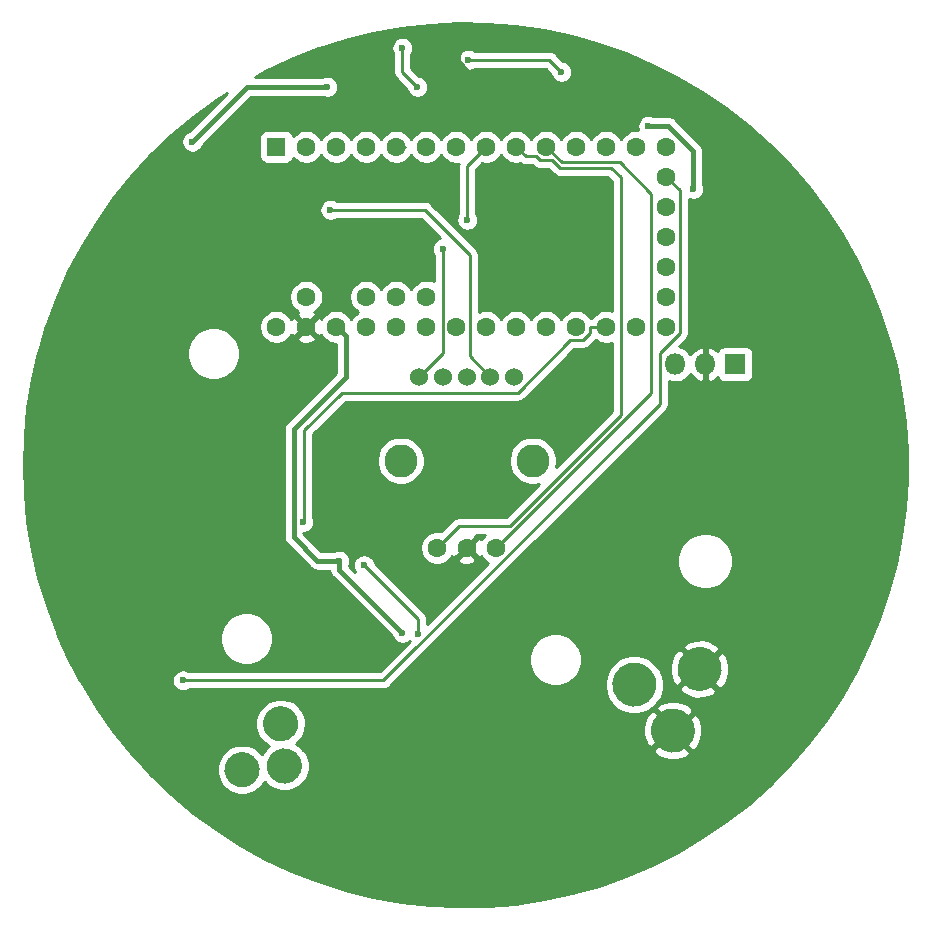
<source format=gbl>
%TF.GenerationSoftware,KiCad,Pcbnew,(5.1.9)-1*%
%TF.CreationDate,2021-03-28T17:18:04-04:00*%
%TF.ProjectId,nogasm,6e6f6761-736d-42e6-9b69-6361645f7063,rev?*%
%TF.SameCoordinates,Original*%
%TF.FileFunction,Copper,L2,Bot*%
%TF.FilePolarity,Positive*%
%FSLAX46Y46*%
G04 Gerber Fmt 4.6, Leading zero omitted, Abs format (unit mm)*
G04 Created by KiCad (PCBNEW (5.1.9)-1) date 2021-03-28 17:18:04*
%MOMM*%
%LPD*%
G01*
G04 APERTURE LIST*
%TA.AperFunction,ComponentPad*%
%ADD10C,1.600000*%
%TD*%
%TA.AperFunction,ComponentPad*%
%ADD11R,1.600000X1.600000*%
%TD*%
%TA.AperFunction,ComponentPad*%
%ADD12R,1.800000X1.800000*%
%TD*%
%TA.AperFunction,ComponentPad*%
%ADD13O,1.800000X1.800000*%
%TD*%
%TA.AperFunction,ComponentPad*%
%ADD14C,1.525000*%
%TD*%
%TA.AperFunction,ComponentPad*%
%ADD15C,2.800000*%
%TD*%
%TA.AperFunction,ViaPad*%
%ADD16C,0.600000*%
%TD*%
%TA.AperFunction,Conductor*%
%ADD17C,0.400000*%
%TD*%
%TA.AperFunction,Conductor*%
%ADD18C,0.250000*%
%TD*%
%TA.AperFunction,Conductor*%
%ADD19C,0.254000*%
%TD*%
%TA.AperFunction,Conductor*%
%ADD20C,0.100000*%
%TD*%
G04 APERTURE END LIST*
D10*
%TO.P,U14,17*%
%TO.N,Net-(U14-Pad17)*%
X136906000Y-66040000D03*
%TO.P,U14,18*%
%TO.N,Net-(U14-Pad18)*%
X136906000Y-68580000D03*
%TO.P,U14,19*%
%TO.N,Net-(U14-Pad19)*%
X136906000Y-71120000D03*
%TO.P,U14,20*%
%TO.N,Net-(U14-Pad20)*%
X136906000Y-73660000D03*
%TO.P,U14,16*%
%TO.N,Net-(U14-Pad16)*%
X136906000Y-63500000D03*
%TO.P,U14,15*%
%TO.N,/5VIO*%
X136906000Y-60960000D03*
%TO.P,U14,14*%
%TO.N,Net-(SW1-Pad5)*%
X136906000Y-58420000D03*
%TO.P,U14,21*%
%TO.N,Net-(U14-Pad21)*%
X134366000Y-73660000D03*
%TO.P,U14,22*%
%TO.N,/V_PRES*%
X131826000Y-73660000D03*
%TO.P,U14,23*%
%TO.N,Net-(U14-Pad23)*%
X129286000Y-73660000D03*
%TO.P,U14,24*%
%TO.N,Net-(U14-Pad24)*%
X126746000Y-73660000D03*
%TO.P,U14,25*%
%TO.N,Net-(U14-Pad25)*%
X124206000Y-73660000D03*
%TO.P,U14,26*%
%TO.N,Net-(U14-Pad26)*%
X121666000Y-73660000D03*
%TO.P,U14,27*%
%TO.N,Net-(U14-Pad27)*%
X119126000Y-73660000D03*
%TO.P,U14,28*%
%TO.N,Net-(U14-Pad28)*%
X116586000Y-73660000D03*
%TO.P,U14,29*%
%TO.N,Net-(U14-Pad29)*%
X114046000Y-73660000D03*
%TO.P,U14,30*%
%TO.N,Net-(R1-Pad2)*%
X111506000Y-73660000D03*
%TO.P,U14,31*%
%TO.N,+3V3*%
X108966000Y-73660000D03*
%TO.P,U14,32*%
%TO.N,GND*%
X106426000Y-73660000D03*
%TO.P,U14,33*%
%TO.N,+5V*%
X103886000Y-73660000D03*
%TO.P,U14,34*%
%TO.N,Net-(U14-Pad34)*%
X106426000Y-71120000D03*
%TO.P,U14,35*%
%TO.N,Net-(U14-Pad35)*%
X111506000Y-71120000D03*
%TO.P,U14,36*%
%TO.N,Net-(U14-Pad36)*%
X114046000Y-71120000D03*
%TO.P,U14,37*%
%TO.N,Net-(U14-Pad37)*%
X116586000Y-71120000D03*
%TO.P,U14,13*%
%TO.N,Net-(SW1-Pad6)*%
X134366000Y-58420000D03*
%TO.P,U14,12*%
%TO.N,Net-(SW1-Pad7)*%
X131826000Y-58420000D03*
%TO.P,U14,11*%
%TO.N,Net-(SW1-Pad8)*%
X129286000Y-58420000D03*
%TO.P,U14,10*%
%TO.N,/ENC_B*%
X126746000Y-58420000D03*
%TO.P,U14,9*%
%TO.N,/ENC_A*%
X124206000Y-58420000D03*
%TO.P,U14,8*%
%TO.N,/ENC_SW*%
X121666000Y-58420000D03*
%TO.P,U14,7*%
%TO.N,/ENC_Rd*%
X119126000Y-58420000D03*
%TO.P,U14,6*%
%TO.N,/ENC_Gr*%
X116586000Y-58420000D03*
%TO.P,U14,5*%
%TO.N,/ENC_Bl*%
X114046000Y-58420000D03*
%TO.P,U14,4*%
%TO.N,Net-(U14-Pad4)*%
X111506000Y-58420000D03*
%TO.P,U14,3*%
%TO.N,Net-(U14-Pad3)*%
X108966000Y-58420000D03*
%TO.P,U14,2*%
%TO.N,Net-(U14-Pad2)*%
X106426000Y-58420000D03*
D11*
%TO.P,U14,1*%
%TO.N,Net-(U14-Pad1)*%
X103886000Y-58420000D03*
%TD*%
D12*
%TO.P,U15,1*%
%TO.N,+12V*%
X142748000Y-76835000D03*
D13*
%TO.P,U15,2*%
%TO.N,GND*%
X140208000Y-76835000D03*
%TO.P,U15,3*%
%TO.N,+5V*%
X137668000Y-76835000D03*
%TD*%
D14*
%TO.P,Encoder,3*%
%TO.N,Net-(R7-Pad1)*%
X120002800Y-77876400D03*
%TO.P,Encoder,4*%
%TO.N,Net-(Q4-Pad3)*%
X122002800Y-77876400D03*
%TO.P,Encoder,2*%
%TO.N,Net-(Q3-Pad3)*%
X118002800Y-77876400D03*
%TO.P,Encoder,1*%
%TO.N,Net-(Q2-Pad3)*%
X116002800Y-77876400D03*
%TO.P,Encoder,5*%
%TO.N,+5V*%
X124002800Y-77876400D03*
D10*
%TO.P,Encoder,C*%
%TO.N,GND*%
X120002800Y-92376400D03*
%TO.P,Encoder,B*%
%TO.N,/ENC_B*%
X122502800Y-92376400D03*
%TO.P,Encoder,A*%
%TO.N,/ENC_A*%
X117502800Y-92376400D03*
D15*
%TO.P,Encoder,~*%
%TO.N,N/C*%
X125590800Y-84988400D03*
X114414800Y-84988400D03*
%TD*%
%TO.P,J1,1*%
%TO.N,+12V*%
%TA.AperFunction,ComponentPad*%
G36*
G01*
X103099614Y-106310066D02*
X103099614Y-106310066D01*
G75*
G02*
X105212862Y-106125180I1149067J-964181D01*
G01*
X105212862Y-106125180D01*
G75*
G02*
X105397748Y-108238428I-964181J-1149067D01*
G01*
X105397748Y-108238428D01*
G75*
G02*
X103284500Y-108423314I-1149067J964181D01*
G01*
X103284500Y-108423314D01*
G75*
G02*
X103099614Y-106310066I964181J1149067D01*
G01*
G37*
%TD.AperFunction*%
%TO.P,J1,2*%
%TO.N,Net-(D1-Pad2)*%
%TA.AperFunction,ComponentPad*%
G36*
G01*
X99834252Y-110201572D02*
X99834252Y-110201572D01*
G75*
G02*
X101947500Y-110016686I1149067J-964181D01*
G01*
X101947500Y-110016686D01*
G75*
G02*
X102132386Y-112129934I-964181J-1149067D01*
G01*
X102132386Y-112129934D01*
G75*
G02*
X100019138Y-112314820I-1149067J964181D01*
G01*
X100019138Y-112314820D01*
G75*
G02*
X99834252Y-110201572I964181J1149067D01*
G01*
G37*
%TD.AperFunction*%
%TO.P,J1,3*%
%TA.AperFunction,ComponentPad*%
G36*
G01*
X103412686Y-109888500D02*
X103412686Y-109888500D01*
G75*
G02*
X105525934Y-109703614I1149067J-964181D01*
G01*
X105525934Y-109703614D01*
G75*
G02*
X105710820Y-111816862I-964181J-1149067D01*
G01*
X105710820Y-111816862D01*
G75*
G02*
X103597572Y-112001748I-1149067J964181D01*
G01*
X103597572Y-112001748D01*
G75*
G02*
X103412686Y-109888500I964181J1149067D01*
G01*
G37*
%TD.AperFunction*%
%TD*%
%TO.P,J2,1*%
%TO.N,+12V*%
%TA.AperFunction,ComponentPad*%
G36*
G01*
X132763105Y-105162121D02*
X132763105Y-105162121D01*
G75*
G02*
X132994211Y-102520561I1436333J1205227D01*
G01*
X132994211Y-102520561D01*
G75*
G02*
X135635771Y-102751667I1205227J-1436333D01*
G01*
X135635771Y-102751667D01*
G75*
G02*
X135404665Y-105393227I-1436333J-1205227D01*
G01*
X135404665Y-105393227D01*
G75*
G02*
X132763105Y-105162121I-1205227J1436333D01*
G01*
G37*
%TD.AperFunction*%
%TO.P,J2,2*%
%TO.N,GND*%
%TA.AperFunction,ComponentPad*%
G36*
G01*
X136028467Y-109053627D02*
X136028467Y-109053627D01*
G75*
G02*
X136259573Y-106412067I1436333J1205227D01*
G01*
X136259573Y-106412067D01*
G75*
G02*
X138901133Y-106643173I1205227J-1436333D01*
G01*
X138901133Y-106643173D01*
G75*
G02*
X138670027Y-109284733I-1436333J-1205227D01*
G01*
X138670027Y-109284733D01*
G75*
G02*
X136028467Y-109053627I-1205227J1436333D01*
G01*
G37*
%TD.AperFunction*%
%TO.P,J2,3*%
%TA.AperFunction,ComponentPad*%
G36*
G01*
X140928852Y-104073619D02*
X140928852Y-104073619D01*
G75*
G02*
X138287292Y-103842513I-1205227J1436333D01*
G01*
X138287292Y-103842513D01*
G75*
G02*
X138518398Y-101200953I1436333J1205227D01*
G01*
X138518398Y-101200953D01*
G75*
G02*
X141159958Y-101432059I1205227J-1436333D01*
G01*
X141159958Y-101432059D01*
G75*
G02*
X140928852Y-104073619I-1436333J-1205227D01*
G01*
G37*
%TD.AperFunction*%
%TD*%
D16*
%TO.N,+5V*%
X108204000Y-53340000D03*
X96782405Y-57987897D03*
X135382000Y-56642000D03*
X139192000Y-61976000D03*
%TO.N,GND*%
X153670000Y-73914000D03*
X86360000Y-91186000D03*
X86360000Y-79248000D03*
X153162000Y-91186000D03*
X150876000Y-67564000D03*
X146558000Y-65024000D03*
X119634000Y-49276000D03*
X142240000Y-59944000D03*
X131318000Y-53340000D03*
X124714000Y-54356000D03*
X90424000Y-68326000D03*
X93726000Y-62484000D03*
X140081000Y-66802000D03*
%TO.N,+3V3*%
X114554000Y-99568000D03*
X109220002Y-93472000D03*
%TO.N,Net-(C21-Pad1)*%
X115854346Y-99653083D03*
X111315182Y-93844209D03*
%TO.N,Net-(Q2-Pad3)*%
X117963641Y-67087194D03*
%TO.N,Net-(Q4-Pad3)*%
X108458000Y-63754000D03*
%TO.N,/ENC_SW*%
X120053650Y-64612146D03*
%TO.N,/5VIO*%
X95994618Y-103595418D03*
%TO.N,Net-(U6-Pad2)*%
X115824000Y-53340000D03*
X114554000Y-50038000D03*
%TO.N,/V_PRES*%
X106172000Y-90170000D03*
%TO.N,Net-(U7-Pad2)*%
X128016000Y-52070000D03*
X120142000Y-51054000D03*
%TD*%
D17*
%TO.N,+5V*%
X96782405Y-57987897D02*
X101430302Y-53340000D01*
X101430302Y-53340000D02*
X108204000Y-53340000D01*
X139192000Y-61976000D02*
X139192000Y-58781998D01*
X137052002Y-56642000D02*
X135382000Y-56642000D01*
X139192000Y-58781998D02*
X137052002Y-56642000D01*
D18*
%TO.N,GND*%
X153670000Y-73914000D02*
X150876000Y-71120000D01*
X150876000Y-71120000D02*
X150876000Y-67564000D01*
X86360000Y-91186000D02*
X86360000Y-79248000D01*
X86360000Y-79248000D02*
X86360000Y-72390000D01*
X86360000Y-72390000D02*
X90424000Y-68326000D01*
X153162000Y-91186000D02*
X151174911Y-91186000D01*
X151174911Y-91186000D02*
X139723625Y-102637286D01*
X150876000Y-67564000D02*
X149098000Y-67564000D01*
X149098000Y-67564000D02*
X146558000Y-65024000D01*
X146558000Y-65024000D02*
X142240000Y-60706000D01*
X142240000Y-60706000D02*
X142240000Y-59944000D01*
X119634000Y-49276000D02*
X119334001Y-49575999D01*
X119334001Y-49575999D02*
X119334001Y-51171003D01*
X119334001Y-51171003D02*
X122518998Y-54356000D01*
X122518998Y-54356000D02*
X124714000Y-54356000D01*
X101854000Y-54356000D02*
X93726000Y-62484000D01*
X124714000Y-54356000D02*
X101854000Y-54356000D01*
X142240000Y-59944000D02*
X135636000Y-53340000D01*
X135636000Y-53340000D02*
X131318000Y-53340000D01*
X131318000Y-53340000D02*
X125730000Y-53340000D01*
X125730000Y-53340000D02*
X124714000Y-54356000D01*
X90424000Y-68326000D02*
X101092000Y-68326000D01*
X101092000Y-68326000D02*
X106426000Y-73660000D01*
X93726000Y-62484000D02*
X95250000Y-62484000D01*
X95250000Y-62484000D02*
X106426000Y-73660000D01*
X106390742Y-73695258D02*
X106426000Y-73660000D01*
X140081000Y-66802000D02*
X140081000Y-76708000D01*
X140081000Y-76708000D02*
X140208000Y-76835000D01*
D17*
%TO.N,+12V*%
X142875000Y-76708000D02*
X142748000Y-76835000D01*
%TO.N,+3V3*%
X109220002Y-93472000D02*
X109220002Y-94234002D01*
X109220002Y-94234002D02*
X114554000Y-99568000D01*
X109220002Y-93472000D02*
X107364833Y-93472000D01*
X105343277Y-91450444D02*
X105343277Y-82321286D01*
X107364833Y-93472000D02*
X105343277Y-91450444D01*
X109770035Y-77894528D02*
X109770035Y-74464035D01*
X109770035Y-74464035D02*
X108966000Y-73660000D01*
X105343277Y-82321286D02*
X109770035Y-77894528D01*
D18*
X108712000Y-73914000D02*
X108966000Y-73660000D01*
%TO.N,/ENC_B*%
X132969000Y-59753500D02*
X128079500Y-59753500D01*
X135609441Y-62393941D02*
X132969000Y-59753500D01*
X128079500Y-59753500D02*
X126746000Y-58420000D01*
X135609441Y-79278559D02*
X135609441Y-62393941D01*
X122500000Y-92388000D02*
X135609441Y-79278559D01*
%TO.N,/ENC_A*%
X117500000Y-92388000D02*
X119361989Y-90526011D01*
X119361989Y-90526011D02*
X123652775Y-90526011D01*
X123652775Y-90526011D02*
X133032500Y-81146286D01*
X133032500Y-81146286D02*
X133032500Y-61016094D01*
X133032500Y-61016094D02*
X132219915Y-60203509D01*
X132219915Y-60203509D02*
X127893099Y-60203509D01*
X127893099Y-60203509D02*
X127234591Y-59545001D01*
X127234591Y-59545001D02*
X126205999Y-59545001D01*
X126205999Y-59545001D02*
X125880997Y-59219999D01*
X125880997Y-59219999D02*
X125005999Y-59219999D01*
X125005999Y-59219999D02*
X124206000Y-58420000D01*
%TO.N,Net-(C21-Pad1)*%
X115854346Y-98383373D02*
X115854346Y-99653083D01*
X111315182Y-93844209D02*
X115854346Y-98383373D01*
%TO.N,Net-(Q2-Pad3)*%
X116002800Y-77876400D02*
X117971172Y-75908028D01*
X117971172Y-75908028D02*
X117971172Y-67518989D01*
X117971172Y-67518989D02*
X117963641Y-67511458D01*
X117963641Y-67511458D02*
X117963641Y-67087194D01*
%TO.N,Net-(Q4-Pad3)*%
X120251001Y-67566381D02*
X116438620Y-63754000D01*
X120251001Y-76124601D02*
X120251001Y-67566381D01*
X116438620Y-63754000D02*
X108458000Y-63754000D01*
X122002800Y-77876400D02*
X120251001Y-76124601D01*
%TO.N,Net-(R1-Pad2)*%
X111934000Y-74088000D02*
X111506000Y-73660000D01*
%TO.N,/ENC_SW*%
X120053650Y-60032350D02*
X120053650Y-64612146D01*
X121666000Y-58420000D02*
X120053650Y-60032350D01*
%TO.N,/5VIO*%
X112948784Y-103595418D02*
X95994618Y-103595418D01*
X136342999Y-75888003D02*
X136342999Y-80201203D01*
X136906000Y-60960000D02*
X138031001Y-62085001D01*
X136342999Y-80201203D02*
X112948784Y-103595418D01*
X138031001Y-74200001D02*
X136342999Y-75888003D01*
X138031001Y-62085001D02*
X138031001Y-74200001D01*
%TO.N,Net-(U6-Pad2)*%
X114554000Y-50038000D02*
X114554000Y-52070000D01*
X114554000Y-52070000D02*
X115824000Y-53340000D01*
%TO.N,/ENC_Bl*%
X114046000Y-58420000D02*
X114808000Y-58420000D01*
%TO.N,/V_PRES*%
X109442084Y-79232608D02*
X124338048Y-79232608D01*
X124338048Y-79232608D02*
X128785655Y-74785001D01*
X130411001Y-73660000D02*
X131826000Y-73660000D01*
X106172000Y-90170000D02*
X106247384Y-90094616D01*
X106247384Y-90094616D02*
X106247384Y-82427308D01*
X106247384Y-82427308D02*
X109442084Y-79232608D01*
X128785655Y-74785001D02*
X129826001Y-74785001D01*
X129826001Y-74785001D02*
X130411001Y-74200001D01*
X130411001Y-74200001D02*
X130411001Y-73660000D01*
%TO.N,Net-(U7-Pad2)*%
X120142000Y-51054000D02*
X127000000Y-51054000D01*
X127000000Y-51054000D02*
X128016000Y-52070000D01*
%TD*%
D19*
%TO.N,GND*%
X121703914Y-47994561D02*
X124117728Y-48190434D01*
X126513801Y-48542141D01*
X128882084Y-49048207D01*
X131212642Y-49706511D01*
X133495700Y-50514291D01*
X135721683Y-51468159D01*
X137881254Y-52564114D01*
X139965355Y-53797559D01*
X141965245Y-55163321D01*
X143872535Y-56655671D01*
X145679225Y-58268350D01*
X147377739Y-59994594D01*
X148960950Y-61827162D01*
X150422220Y-63758368D01*
X151755418Y-65780111D01*
X152954954Y-67883912D01*
X154015795Y-70060947D01*
X154933492Y-72302084D01*
X155704197Y-74597924D01*
X156324675Y-76938836D01*
X156792326Y-79315002D01*
X157105187Y-81716457D01*
X157261947Y-84133126D01*
X157261947Y-86554874D01*
X157105187Y-88971543D01*
X156792326Y-91372998D01*
X156324675Y-93749164D01*
X155704197Y-96090076D01*
X154933492Y-98385916D01*
X154015795Y-100627053D01*
X152954954Y-102804088D01*
X151755418Y-104907889D01*
X150422220Y-106929632D01*
X148960950Y-108860838D01*
X147377739Y-110693406D01*
X145679225Y-112419650D01*
X143872535Y-114032329D01*
X141965245Y-115524679D01*
X139965355Y-116890441D01*
X137881254Y-118123886D01*
X135721683Y-119219841D01*
X133495700Y-120173709D01*
X131212642Y-120981489D01*
X128882084Y-121639793D01*
X126513801Y-122145859D01*
X124117728Y-122497566D01*
X121703914Y-122693439D01*
X119282484Y-122732654D01*
X116863593Y-122615049D01*
X114457387Y-122341115D01*
X112073960Y-121912003D01*
X109723307Y-121329513D01*
X107415288Y-120596086D01*
X105159584Y-119714800D01*
X102965657Y-118689351D01*
X100842707Y-117524039D01*
X98799641Y-116223754D01*
X96845026Y-114793948D01*
X94987061Y-113240619D01*
X93233540Y-111570282D01*
X92666601Y-110955474D01*
X98848319Y-110955474D01*
X98848319Y-111376032D01*
X98930366Y-111788509D01*
X99091307Y-112177055D01*
X99324956Y-112526736D01*
X99622336Y-112824116D01*
X99972017Y-113057765D01*
X100360563Y-113218706D01*
X100773040Y-113300753D01*
X101193598Y-113300753D01*
X101606075Y-113218706D01*
X101994621Y-113057765D01*
X102344302Y-112824116D01*
X102641682Y-112526736D01*
X102875331Y-112177055D01*
X102876708Y-112173731D01*
X102903390Y-112213664D01*
X103200770Y-112511044D01*
X103550451Y-112744693D01*
X103938997Y-112905634D01*
X104351474Y-112987681D01*
X104772032Y-112987681D01*
X105184509Y-112905634D01*
X105573055Y-112744693D01*
X105922736Y-112511044D01*
X106220116Y-112213664D01*
X106453765Y-111863983D01*
X106614706Y-111475437D01*
X106696753Y-111062960D01*
X106696753Y-110642402D01*
X106614706Y-110229925D01*
X106453765Y-109841379D01*
X106220116Y-109491698D01*
X106183254Y-109454836D01*
X135747901Y-109454836D01*
X135916049Y-109823614D01*
X136280618Y-110061502D01*
X136735126Y-110250001D01*
X137217676Y-110346207D01*
X137709722Y-110346425D01*
X138192357Y-110250644D01*
X138647031Y-110062546D01*
X138876802Y-109728735D01*
X137449146Y-108027322D01*
X135747901Y-109454836D01*
X106183254Y-109454836D01*
X105922736Y-109194318D01*
X105573055Y-108960669D01*
X105569731Y-108959292D01*
X105609664Y-108932610D01*
X105907044Y-108635230D01*
X106140693Y-108285549D01*
X106301634Y-107897003D01*
X106349168Y-107658030D01*
X134962027Y-107658030D01*
X134972978Y-108149955D01*
X135079689Y-108630291D01*
X135250656Y-109030629D01*
X135584633Y-109260261D01*
X137248566Y-107864054D01*
X137643722Y-107864054D01*
X139071377Y-109565467D01*
X139440016Y-109397153D01*
X139704210Y-108982049D01*
X139882344Y-108523379D01*
X139967573Y-108038770D01*
X139956622Y-107546845D01*
X139849911Y-107066509D01*
X139678944Y-106666171D01*
X139344967Y-106436539D01*
X137643722Y-107864054D01*
X137248566Y-107864054D01*
X137285878Y-107832746D01*
X135858223Y-106131333D01*
X135489584Y-106299647D01*
X135225390Y-106714751D01*
X135047256Y-107173421D01*
X134962027Y-107658030D01*
X106349168Y-107658030D01*
X106383681Y-107484526D01*
X106383681Y-107063968D01*
X106301634Y-106651491D01*
X106140693Y-106262945D01*
X105907044Y-105913264D01*
X105609664Y-105615884D01*
X105259983Y-105382235D01*
X104871437Y-105221294D01*
X104458960Y-105139247D01*
X104038402Y-105139247D01*
X103625925Y-105221294D01*
X103237379Y-105382235D01*
X102887698Y-105615884D01*
X102590318Y-105913264D01*
X102356669Y-106262945D01*
X102195728Y-106651491D01*
X102113681Y-107063968D01*
X102113681Y-107484526D01*
X102195728Y-107897003D01*
X102356669Y-108285549D01*
X102590318Y-108635230D01*
X102887698Y-108932610D01*
X103237379Y-109166259D01*
X103240703Y-109167636D01*
X103200770Y-109194318D01*
X102903390Y-109491698D01*
X102669741Y-109841379D01*
X102668364Y-109844703D01*
X102641682Y-109804770D01*
X102344302Y-109507390D01*
X101994621Y-109273741D01*
X101606075Y-109112800D01*
X101193598Y-109030753D01*
X100773040Y-109030753D01*
X100360563Y-109112800D01*
X99972017Y-109273741D01*
X99622336Y-109507390D01*
X99324956Y-109804770D01*
X99091307Y-110154451D01*
X98930366Y-110542997D01*
X98848319Y-110955474D01*
X92666601Y-110955474D01*
X91591816Y-109789942D01*
X90068777Y-107907068D01*
X88670810Y-105929556D01*
X87403778Y-103865702D01*
X87212438Y-103503329D01*
X95059618Y-103503329D01*
X95059618Y-103687507D01*
X95095550Y-103868147D01*
X95166032Y-104038307D01*
X95268356Y-104191446D01*
X95398590Y-104321680D01*
X95551729Y-104424004D01*
X95721889Y-104494486D01*
X95902529Y-104530418D01*
X96086707Y-104530418D01*
X96267347Y-104494486D01*
X96437507Y-104424004D01*
X96540153Y-104355418D01*
X112911462Y-104355418D01*
X112948784Y-104359094D01*
X112986106Y-104355418D01*
X112986117Y-104355418D01*
X113097770Y-104344421D01*
X113241031Y-104300964D01*
X113373060Y-104230392D01*
X113488785Y-104135419D01*
X113512588Y-104106415D01*
X115985131Y-101633872D01*
X125273000Y-101633872D01*
X125273000Y-102074128D01*
X125358890Y-102505925D01*
X125527369Y-102912669D01*
X125771962Y-103278729D01*
X126083271Y-103590038D01*
X126449331Y-103834631D01*
X126856075Y-104003110D01*
X127287872Y-104089000D01*
X127728128Y-104089000D01*
X128159925Y-104003110D01*
X128566669Y-103834631D01*
X128753670Y-103709681D01*
X131689438Y-103709681D01*
X131689438Y-104204107D01*
X131785896Y-104689034D01*
X131975105Y-105145825D01*
X132249794Y-105556926D01*
X132599406Y-105906538D01*
X133010507Y-106181227D01*
X133467298Y-106370436D01*
X133952225Y-106466894D01*
X134446651Y-106466894D01*
X134931578Y-106370436D01*
X135388369Y-106181227D01*
X135707388Y-105968065D01*
X136052798Y-105968065D01*
X137480454Y-107669478D01*
X139181699Y-106241964D01*
X139013551Y-105873186D01*
X138648982Y-105635298D01*
X138194474Y-105446799D01*
X137711924Y-105350593D01*
X137219878Y-105350375D01*
X136737243Y-105446156D01*
X136282569Y-105634254D01*
X136052798Y-105968065D01*
X135707388Y-105968065D01*
X135799470Y-105906538D01*
X136149082Y-105556926D01*
X136423771Y-105145825D01*
X136612980Y-104689034D01*
X136701530Y-104243863D01*
X138006558Y-104243863D01*
X138174872Y-104612502D01*
X138589976Y-104876696D01*
X139048646Y-105054830D01*
X139533255Y-105140059D01*
X140025180Y-105129108D01*
X140505516Y-105022397D01*
X140905854Y-104851430D01*
X141135486Y-104517453D01*
X139707971Y-102816208D01*
X138006558Y-104243863D01*
X136701530Y-104243863D01*
X136709438Y-104204107D01*
X136709438Y-103709681D01*
X136612980Y-103224754D01*
X136471093Y-102882208D01*
X137225600Y-102882208D01*
X137321381Y-103364843D01*
X137509479Y-103819517D01*
X137843290Y-104049288D01*
X139507391Y-102652940D01*
X139902547Y-102652940D01*
X141330061Y-104354185D01*
X141698839Y-104186037D01*
X141936727Y-103821468D01*
X142125226Y-103366960D01*
X142221432Y-102884410D01*
X142221650Y-102392364D01*
X142125869Y-101909729D01*
X141937771Y-101455055D01*
X141603960Y-101225284D01*
X139902547Y-102652940D01*
X139507391Y-102652940D01*
X139544703Y-102621632D01*
X138117189Y-100920387D01*
X137748411Y-101088535D01*
X137510523Y-101453104D01*
X137322024Y-101907612D01*
X137225818Y-102390162D01*
X137225600Y-102882208D01*
X136471093Y-102882208D01*
X136423771Y-102767963D01*
X136149082Y-102356862D01*
X135799470Y-102007250D01*
X135388369Y-101732561D01*
X134931578Y-101543352D01*
X134446651Y-101446894D01*
X133952225Y-101446894D01*
X133467298Y-101543352D01*
X133010507Y-101732561D01*
X132599406Y-102007250D01*
X132249794Y-102356862D01*
X131975105Y-102767963D01*
X131785896Y-103224754D01*
X131689438Y-103709681D01*
X128753670Y-103709681D01*
X128932729Y-103590038D01*
X129244038Y-103278729D01*
X129488631Y-102912669D01*
X129657110Y-102505925D01*
X129743000Y-102074128D01*
X129743000Y-101633872D01*
X129657110Y-101202075D01*
X129488631Y-100795331D01*
X129463099Y-100757119D01*
X138311764Y-100757119D01*
X139739279Y-102458364D01*
X141440692Y-101030709D01*
X141272378Y-100662070D01*
X140857274Y-100397876D01*
X140398604Y-100219742D01*
X139913995Y-100134513D01*
X139422070Y-100145464D01*
X138941734Y-100252175D01*
X138541396Y-100423142D01*
X138311764Y-100757119D01*
X129463099Y-100757119D01*
X129244038Y-100429271D01*
X128932729Y-100117962D01*
X128566669Y-99873369D01*
X128159925Y-99704890D01*
X127728128Y-99619000D01*
X127287872Y-99619000D01*
X126856075Y-99704890D01*
X126449331Y-99873369D01*
X126083271Y-100117962D01*
X125771962Y-100429271D01*
X125527369Y-100795331D01*
X125358890Y-101202075D01*
X125273000Y-101633872D01*
X115985131Y-101633872D01*
X124358905Y-93260098D01*
X137823000Y-93260098D01*
X137823000Y-93729902D01*
X137914654Y-94190679D01*
X138094440Y-94624721D01*
X138355450Y-95015349D01*
X138687651Y-95347550D01*
X139078279Y-95608560D01*
X139512321Y-95788346D01*
X139973098Y-95880000D01*
X140442902Y-95880000D01*
X140903679Y-95788346D01*
X141337721Y-95608560D01*
X141728349Y-95347550D01*
X142060550Y-95015349D01*
X142321560Y-94624721D01*
X142501346Y-94190679D01*
X142593000Y-93729902D01*
X142593000Y-93260098D01*
X142501346Y-92799321D01*
X142321560Y-92365279D01*
X142060550Y-91974651D01*
X141728349Y-91642450D01*
X141337721Y-91381440D01*
X140903679Y-91201654D01*
X140442902Y-91110000D01*
X139973098Y-91110000D01*
X139512321Y-91201654D01*
X139078279Y-91381440D01*
X138687651Y-91642450D01*
X138355450Y-91974651D01*
X138094440Y-92365279D01*
X137914654Y-92799321D01*
X137823000Y-93260098D01*
X124358905Y-93260098D01*
X136854002Y-80765002D01*
X136883000Y-80741204D01*
X136909331Y-80709120D01*
X136977973Y-80625480D01*
X137048545Y-80493450D01*
X137082167Y-80382610D01*
X137092002Y-80350189D01*
X137102999Y-80238536D01*
X137102999Y-80238527D01*
X137106675Y-80201204D01*
X137102999Y-80163881D01*
X137102999Y-78262441D01*
X137220257Y-78311011D01*
X137516816Y-78370000D01*
X137819184Y-78370000D01*
X138115743Y-78311011D01*
X138395095Y-78195299D01*
X138646505Y-78027312D01*
X138860312Y-77813505D01*
X138941367Y-77692198D01*
X139076351Y-77872116D01*
X139300427Y-78072962D01*
X139559380Y-78226234D01*
X139843259Y-78326041D01*
X140081000Y-78205992D01*
X140081000Y-76962000D01*
X140061000Y-76962000D01*
X140061000Y-76708000D01*
X140081000Y-76708000D01*
X140081000Y-75464008D01*
X140335000Y-75464008D01*
X140335000Y-76708000D01*
X140355000Y-76708000D01*
X140355000Y-76962000D01*
X140335000Y-76962000D01*
X140335000Y-78205992D01*
X140572741Y-78326041D01*
X140856620Y-78226234D01*
X141115573Y-78072962D01*
X141250311Y-77952192D01*
X141258498Y-77979180D01*
X141317463Y-78089494D01*
X141396815Y-78186185D01*
X141493506Y-78265537D01*
X141603820Y-78324502D01*
X141723518Y-78360812D01*
X141848000Y-78373072D01*
X143648000Y-78373072D01*
X143772482Y-78360812D01*
X143892180Y-78324502D01*
X144002494Y-78265537D01*
X144099185Y-78186185D01*
X144178537Y-78089494D01*
X144237502Y-77979180D01*
X144273812Y-77859482D01*
X144286072Y-77735000D01*
X144286072Y-75935000D01*
X144273812Y-75810518D01*
X144237502Y-75690820D01*
X144178537Y-75580506D01*
X144099185Y-75483815D01*
X144002494Y-75404463D01*
X143892180Y-75345498D01*
X143772482Y-75309188D01*
X143648000Y-75296928D01*
X141848000Y-75296928D01*
X141723518Y-75309188D01*
X141603820Y-75345498D01*
X141493506Y-75404463D01*
X141396815Y-75483815D01*
X141317463Y-75580506D01*
X141258498Y-75690820D01*
X141250311Y-75717808D01*
X141115573Y-75597038D01*
X140856620Y-75443766D01*
X140572741Y-75343959D01*
X140335000Y-75464008D01*
X140081000Y-75464008D01*
X139843259Y-75343959D01*
X139559380Y-75443766D01*
X139300427Y-75597038D01*
X139076351Y-75797884D01*
X138941367Y-75977802D01*
X138860312Y-75856495D01*
X138646505Y-75642688D01*
X138395095Y-75474701D01*
X138115743Y-75358989D01*
X137974842Y-75330962D01*
X138542004Y-74763800D01*
X138571002Y-74740002D01*
X138665975Y-74624277D01*
X138736547Y-74492248D01*
X138780004Y-74348987D01*
X138791001Y-74237334D01*
X138791001Y-74237325D01*
X138794677Y-74200002D01*
X138791001Y-74162679D01*
X138791001Y-62821937D01*
X138919271Y-62875068D01*
X139099911Y-62911000D01*
X139284089Y-62911000D01*
X139464729Y-62875068D01*
X139634889Y-62804586D01*
X139788028Y-62702262D01*
X139918262Y-62572028D01*
X140020586Y-62418889D01*
X140091068Y-62248729D01*
X140127000Y-62068089D01*
X140127000Y-61883911D01*
X140091068Y-61703271D01*
X140027000Y-61548596D01*
X140027000Y-58823016D01*
X140031040Y-58781997D01*
X140014918Y-58618309D01*
X139967172Y-58460911D01*
X139889636Y-58315852D01*
X139844313Y-58260626D01*
X139785291Y-58188707D01*
X139753427Y-58162557D01*
X137671448Y-56080579D01*
X137645293Y-56048709D01*
X137518148Y-55944364D01*
X137373089Y-55866828D01*
X137215691Y-55819082D01*
X137093021Y-55807000D01*
X137093020Y-55807000D01*
X137052002Y-55802960D01*
X137010984Y-55807000D01*
X135809404Y-55807000D01*
X135654729Y-55742932D01*
X135474089Y-55707000D01*
X135289911Y-55707000D01*
X135109271Y-55742932D01*
X134939111Y-55813414D01*
X134785972Y-55915738D01*
X134655738Y-56045972D01*
X134553414Y-56199111D01*
X134482932Y-56369271D01*
X134447000Y-56549911D01*
X134447000Y-56734089D01*
X134482932Y-56914729D01*
X134512461Y-56986020D01*
X134507335Y-56985000D01*
X134224665Y-56985000D01*
X133947426Y-57040147D01*
X133686273Y-57148320D01*
X133451241Y-57305363D01*
X133251363Y-57505241D01*
X133096000Y-57737759D01*
X132940637Y-57505241D01*
X132740759Y-57305363D01*
X132505727Y-57148320D01*
X132244574Y-57040147D01*
X131967335Y-56985000D01*
X131684665Y-56985000D01*
X131407426Y-57040147D01*
X131146273Y-57148320D01*
X130911241Y-57305363D01*
X130711363Y-57505241D01*
X130556000Y-57737759D01*
X130400637Y-57505241D01*
X130200759Y-57305363D01*
X129965727Y-57148320D01*
X129704574Y-57040147D01*
X129427335Y-56985000D01*
X129144665Y-56985000D01*
X128867426Y-57040147D01*
X128606273Y-57148320D01*
X128371241Y-57305363D01*
X128171363Y-57505241D01*
X128016000Y-57737759D01*
X127860637Y-57505241D01*
X127660759Y-57305363D01*
X127425727Y-57148320D01*
X127164574Y-57040147D01*
X126887335Y-56985000D01*
X126604665Y-56985000D01*
X126327426Y-57040147D01*
X126066273Y-57148320D01*
X125831241Y-57305363D01*
X125631363Y-57505241D01*
X125476000Y-57737759D01*
X125320637Y-57505241D01*
X125120759Y-57305363D01*
X124885727Y-57148320D01*
X124624574Y-57040147D01*
X124347335Y-56985000D01*
X124064665Y-56985000D01*
X123787426Y-57040147D01*
X123526273Y-57148320D01*
X123291241Y-57305363D01*
X123091363Y-57505241D01*
X122936000Y-57737759D01*
X122780637Y-57505241D01*
X122580759Y-57305363D01*
X122345727Y-57148320D01*
X122084574Y-57040147D01*
X121807335Y-56985000D01*
X121524665Y-56985000D01*
X121247426Y-57040147D01*
X120986273Y-57148320D01*
X120751241Y-57305363D01*
X120551363Y-57505241D01*
X120396000Y-57737759D01*
X120240637Y-57505241D01*
X120040759Y-57305363D01*
X119805727Y-57148320D01*
X119544574Y-57040147D01*
X119267335Y-56985000D01*
X118984665Y-56985000D01*
X118707426Y-57040147D01*
X118446273Y-57148320D01*
X118211241Y-57305363D01*
X118011363Y-57505241D01*
X117856000Y-57737759D01*
X117700637Y-57505241D01*
X117500759Y-57305363D01*
X117265727Y-57148320D01*
X117004574Y-57040147D01*
X116727335Y-56985000D01*
X116444665Y-56985000D01*
X116167426Y-57040147D01*
X115906273Y-57148320D01*
X115671241Y-57305363D01*
X115471363Y-57505241D01*
X115316000Y-57737759D01*
X115160637Y-57505241D01*
X114960759Y-57305363D01*
X114725727Y-57148320D01*
X114464574Y-57040147D01*
X114187335Y-56985000D01*
X113904665Y-56985000D01*
X113627426Y-57040147D01*
X113366273Y-57148320D01*
X113131241Y-57305363D01*
X112931363Y-57505241D01*
X112776000Y-57737759D01*
X112620637Y-57505241D01*
X112420759Y-57305363D01*
X112185727Y-57148320D01*
X111924574Y-57040147D01*
X111647335Y-56985000D01*
X111364665Y-56985000D01*
X111087426Y-57040147D01*
X110826273Y-57148320D01*
X110591241Y-57305363D01*
X110391363Y-57505241D01*
X110236000Y-57737759D01*
X110080637Y-57505241D01*
X109880759Y-57305363D01*
X109645727Y-57148320D01*
X109384574Y-57040147D01*
X109107335Y-56985000D01*
X108824665Y-56985000D01*
X108547426Y-57040147D01*
X108286273Y-57148320D01*
X108051241Y-57305363D01*
X107851363Y-57505241D01*
X107696000Y-57737759D01*
X107540637Y-57505241D01*
X107340759Y-57305363D01*
X107105727Y-57148320D01*
X106844574Y-57040147D01*
X106567335Y-56985000D01*
X106284665Y-56985000D01*
X106007426Y-57040147D01*
X105746273Y-57148320D01*
X105511241Y-57305363D01*
X105312643Y-57503961D01*
X105311812Y-57495518D01*
X105275502Y-57375820D01*
X105216537Y-57265506D01*
X105137185Y-57168815D01*
X105040494Y-57089463D01*
X104930180Y-57030498D01*
X104810482Y-56994188D01*
X104686000Y-56981928D01*
X103086000Y-56981928D01*
X102961518Y-56994188D01*
X102841820Y-57030498D01*
X102731506Y-57089463D01*
X102634815Y-57168815D01*
X102555463Y-57265506D01*
X102496498Y-57375820D01*
X102460188Y-57495518D01*
X102447928Y-57620000D01*
X102447928Y-59220000D01*
X102460188Y-59344482D01*
X102496498Y-59464180D01*
X102555463Y-59574494D01*
X102634815Y-59671185D01*
X102731506Y-59750537D01*
X102841820Y-59809502D01*
X102961518Y-59845812D01*
X103086000Y-59858072D01*
X104686000Y-59858072D01*
X104810482Y-59845812D01*
X104930180Y-59809502D01*
X105040494Y-59750537D01*
X105137185Y-59671185D01*
X105216537Y-59574494D01*
X105275502Y-59464180D01*
X105311812Y-59344482D01*
X105312643Y-59336039D01*
X105511241Y-59534637D01*
X105746273Y-59691680D01*
X106007426Y-59799853D01*
X106284665Y-59855000D01*
X106567335Y-59855000D01*
X106844574Y-59799853D01*
X107105727Y-59691680D01*
X107340759Y-59534637D01*
X107540637Y-59334759D01*
X107696000Y-59102241D01*
X107851363Y-59334759D01*
X108051241Y-59534637D01*
X108286273Y-59691680D01*
X108547426Y-59799853D01*
X108824665Y-59855000D01*
X109107335Y-59855000D01*
X109384574Y-59799853D01*
X109645727Y-59691680D01*
X109880759Y-59534637D01*
X110080637Y-59334759D01*
X110236000Y-59102241D01*
X110391363Y-59334759D01*
X110591241Y-59534637D01*
X110826273Y-59691680D01*
X111087426Y-59799853D01*
X111364665Y-59855000D01*
X111647335Y-59855000D01*
X111924574Y-59799853D01*
X112185727Y-59691680D01*
X112420759Y-59534637D01*
X112620637Y-59334759D01*
X112776000Y-59102241D01*
X112931363Y-59334759D01*
X113131241Y-59534637D01*
X113366273Y-59691680D01*
X113627426Y-59799853D01*
X113904665Y-59855000D01*
X114187335Y-59855000D01*
X114464574Y-59799853D01*
X114725727Y-59691680D01*
X114960759Y-59534637D01*
X115160637Y-59334759D01*
X115316000Y-59102241D01*
X115471363Y-59334759D01*
X115671241Y-59534637D01*
X115906273Y-59691680D01*
X116167426Y-59799853D01*
X116444665Y-59855000D01*
X116727335Y-59855000D01*
X117004574Y-59799853D01*
X117265727Y-59691680D01*
X117500759Y-59534637D01*
X117700637Y-59334759D01*
X117856000Y-59102241D01*
X118011363Y-59334759D01*
X118211241Y-59534637D01*
X118446273Y-59691680D01*
X118707426Y-59799853D01*
X118984665Y-59855000D01*
X119267335Y-59855000D01*
X119316200Y-59845280D01*
X119304647Y-59883365D01*
X119293650Y-59995018D01*
X119293650Y-59995028D01*
X119289974Y-60032350D01*
X119293650Y-60069673D01*
X119293651Y-64066609D01*
X119225064Y-64169257D01*
X119154582Y-64339417D01*
X119118650Y-64520057D01*
X119118650Y-64704235D01*
X119154582Y-64884875D01*
X119225064Y-65055035D01*
X119327388Y-65208174D01*
X119457622Y-65338408D01*
X119610761Y-65440732D01*
X119780921Y-65511214D01*
X119961561Y-65547146D01*
X120145739Y-65547146D01*
X120326379Y-65511214D01*
X120496539Y-65440732D01*
X120649678Y-65338408D01*
X120779912Y-65208174D01*
X120882236Y-65055035D01*
X120952718Y-64884875D01*
X120988650Y-64704235D01*
X120988650Y-64520057D01*
X120952718Y-64339417D01*
X120882236Y-64169257D01*
X120813650Y-64066611D01*
X120813650Y-60347151D01*
X121342114Y-59818688D01*
X121524665Y-59855000D01*
X121807335Y-59855000D01*
X122084574Y-59799853D01*
X122345727Y-59691680D01*
X122580759Y-59534637D01*
X122780637Y-59334759D01*
X122936000Y-59102241D01*
X123091363Y-59334759D01*
X123291241Y-59534637D01*
X123526273Y-59691680D01*
X123787426Y-59799853D01*
X124064665Y-59855000D01*
X124347335Y-59855000D01*
X124536022Y-59817467D01*
X124581723Y-59854973D01*
X124713752Y-59925545D01*
X124857013Y-59969002D01*
X124968666Y-59979999D01*
X124968675Y-59979999D01*
X125005998Y-59983675D01*
X125043321Y-59979999D01*
X125566196Y-59979999D01*
X125642195Y-60055998D01*
X125665998Y-60085002D01*
X125781723Y-60179975D01*
X125913752Y-60250547D01*
X126057013Y-60294004D01*
X126168666Y-60305001D01*
X126168675Y-60305001D01*
X126205998Y-60308677D01*
X126243321Y-60305001D01*
X126919790Y-60305001D01*
X127329299Y-60714511D01*
X127353098Y-60743510D01*
X127382096Y-60767308D01*
X127468822Y-60838483D01*
X127580278Y-60898058D01*
X127600852Y-60909055D01*
X127744113Y-60952512D01*
X127855766Y-60963509D01*
X127855776Y-60963509D01*
X127893099Y-60967185D01*
X127930422Y-60963509D01*
X131905114Y-60963509D01*
X132272501Y-61330897D01*
X132272500Y-72291714D01*
X132244574Y-72280147D01*
X131967335Y-72225000D01*
X131684665Y-72225000D01*
X131407426Y-72280147D01*
X131146273Y-72388320D01*
X130911241Y-72545363D01*
X130711363Y-72745241D01*
X130607957Y-72900000D01*
X130504043Y-72900000D01*
X130400637Y-72745241D01*
X130200759Y-72545363D01*
X129965727Y-72388320D01*
X129704574Y-72280147D01*
X129427335Y-72225000D01*
X129144665Y-72225000D01*
X128867426Y-72280147D01*
X128606273Y-72388320D01*
X128371241Y-72545363D01*
X128171363Y-72745241D01*
X128016000Y-72977759D01*
X127860637Y-72745241D01*
X127660759Y-72545363D01*
X127425727Y-72388320D01*
X127164574Y-72280147D01*
X126887335Y-72225000D01*
X126604665Y-72225000D01*
X126327426Y-72280147D01*
X126066273Y-72388320D01*
X125831241Y-72545363D01*
X125631363Y-72745241D01*
X125476000Y-72977759D01*
X125320637Y-72745241D01*
X125120759Y-72545363D01*
X124885727Y-72388320D01*
X124624574Y-72280147D01*
X124347335Y-72225000D01*
X124064665Y-72225000D01*
X123787426Y-72280147D01*
X123526273Y-72388320D01*
X123291241Y-72545363D01*
X123091363Y-72745241D01*
X122936000Y-72977759D01*
X122780637Y-72745241D01*
X122580759Y-72545363D01*
X122345727Y-72388320D01*
X122084574Y-72280147D01*
X121807335Y-72225000D01*
X121524665Y-72225000D01*
X121247426Y-72280147D01*
X121011001Y-72378077D01*
X121011001Y-67603704D01*
X121014677Y-67566381D01*
X121011001Y-67529058D01*
X121011001Y-67529048D01*
X121000004Y-67417395D01*
X120956547Y-67274134D01*
X120917000Y-67200147D01*
X120885975Y-67142104D01*
X120814800Y-67055378D01*
X120791002Y-67026380D01*
X120762004Y-67002582D01*
X117002424Y-63243003D01*
X116978621Y-63213999D01*
X116862896Y-63119026D01*
X116730867Y-63048454D01*
X116587606Y-63004997D01*
X116475953Y-62994000D01*
X116475942Y-62994000D01*
X116438620Y-62990324D01*
X116401298Y-62994000D01*
X109003535Y-62994000D01*
X108900889Y-62925414D01*
X108730729Y-62854932D01*
X108550089Y-62819000D01*
X108365911Y-62819000D01*
X108185271Y-62854932D01*
X108015111Y-62925414D01*
X107861972Y-63027738D01*
X107731738Y-63157972D01*
X107629414Y-63311111D01*
X107558932Y-63481271D01*
X107523000Y-63661911D01*
X107523000Y-63846089D01*
X107558932Y-64026729D01*
X107629414Y-64196889D01*
X107731738Y-64350028D01*
X107861972Y-64480262D01*
X108015111Y-64582586D01*
X108185271Y-64653068D01*
X108365911Y-64689000D01*
X108550089Y-64689000D01*
X108730729Y-64653068D01*
X108900889Y-64582586D01*
X109003535Y-64514000D01*
X116123819Y-64514000D01*
X117780186Y-66170368D01*
X117690912Y-66188126D01*
X117520752Y-66258608D01*
X117367613Y-66360932D01*
X117237379Y-66491166D01*
X117135055Y-66644305D01*
X117064573Y-66814465D01*
X117028641Y-66995105D01*
X117028641Y-67179283D01*
X117064573Y-67359923D01*
X117135055Y-67530083D01*
X117211173Y-67644002D01*
X117211173Y-69825723D01*
X117004574Y-69740147D01*
X116727335Y-69685000D01*
X116444665Y-69685000D01*
X116167426Y-69740147D01*
X115906273Y-69848320D01*
X115671241Y-70005363D01*
X115471363Y-70205241D01*
X115316000Y-70437759D01*
X115160637Y-70205241D01*
X114960759Y-70005363D01*
X114725727Y-69848320D01*
X114464574Y-69740147D01*
X114187335Y-69685000D01*
X113904665Y-69685000D01*
X113627426Y-69740147D01*
X113366273Y-69848320D01*
X113131241Y-70005363D01*
X112931363Y-70205241D01*
X112776000Y-70437759D01*
X112620637Y-70205241D01*
X112420759Y-70005363D01*
X112185727Y-69848320D01*
X111924574Y-69740147D01*
X111647335Y-69685000D01*
X111364665Y-69685000D01*
X111087426Y-69740147D01*
X110826273Y-69848320D01*
X110591241Y-70005363D01*
X110391363Y-70205241D01*
X110234320Y-70440273D01*
X110126147Y-70701426D01*
X110071000Y-70978665D01*
X110071000Y-71261335D01*
X110126147Y-71538574D01*
X110234320Y-71799727D01*
X110391363Y-72034759D01*
X110591241Y-72234637D01*
X110823759Y-72390000D01*
X110591241Y-72545363D01*
X110391363Y-72745241D01*
X110236000Y-72977759D01*
X110080637Y-72745241D01*
X109880759Y-72545363D01*
X109645727Y-72388320D01*
X109384574Y-72280147D01*
X109107335Y-72225000D01*
X108824665Y-72225000D01*
X108547426Y-72280147D01*
X108286273Y-72388320D01*
X108051241Y-72545363D01*
X107851363Y-72745241D01*
X107695085Y-72979128D01*
X107662671Y-72918486D01*
X107418702Y-72846903D01*
X106605605Y-73660000D01*
X107418702Y-74473097D01*
X107662671Y-74401514D01*
X107693194Y-74337008D01*
X107694320Y-74339727D01*
X107851363Y-74574759D01*
X108051241Y-74774637D01*
X108286273Y-74931680D01*
X108547426Y-75039853D01*
X108824665Y-75095000D01*
X108935036Y-75095000D01*
X108935035Y-77548660D01*
X104781851Y-81701845D01*
X104749987Y-81727995D01*
X104669184Y-81826454D01*
X104645641Y-81855141D01*
X104568105Y-82000200D01*
X104520359Y-82157598D01*
X104504237Y-82321286D01*
X104508278Y-82362315D01*
X104508277Y-91409425D01*
X104504237Y-91450444D01*
X104508277Y-91491462D01*
X104520359Y-91614132D01*
X104568105Y-91771530D01*
X104645641Y-91916589D01*
X104749986Y-92043735D01*
X104781856Y-92069890D01*
X106745396Y-94033432D01*
X106771542Y-94065291D01*
X106803401Y-94091437D01*
X106803403Y-94091439D01*
X106898687Y-94169636D01*
X107043746Y-94247172D01*
X107201144Y-94294918D01*
X107364833Y-94311040D01*
X107405851Y-94307000D01*
X108388152Y-94307000D01*
X108397084Y-94397690D01*
X108444830Y-94555088D01*
X108482050Y-94624721D01*
X108522367Y-94700148D01*
X108626712Y-94827293D01*
X108658576Y-94853443D01*
X113661346Y-99856214D01*
X113725414Y-100010889D01*
X113827738Y-100164028D01*
X113957972Y-100294262D01*
X114111111Y-100396586D01*
X114281271Y-100467068D01*
X114461911Y-100503000D01*
X114646089Y-100503000D01*
X114826729Y-100467068D01*
X114996889Y-100396586D01*
X115150028Y-100294262D01*
X115161632Y-100282659D01*
X115174187Y-100295214D01*
X112633983Y-102835418D01*
X96540153Y-102835418D01*
X96437507Y-102766832D01*
X96267347Y-102696350D01*
X96086707Y-102660418D01*
X95902529Y-102660418D01*
X95721889Y-102696350D01*
X95551729Y-102766832D01*
X95398590Y-102869156D01*
X95268356Y-102999390D01*
X95166032Y-103152529D01*
X95095550Y-103322689D01*
X95059618Y-103503329D01*
X87212438Y-103503329D01*
X86272997Y-101724161D01*
X85436344Y-99855872D01*
X99111000Y-99855872D01*
X99111000Y-100296128D01*
X99196890Y-100727925D01*
X99365369Y-101134669D01*
X99609962Y-101500729D01*
X99921271Y-101812038D01*
X100287331Y-102056631D01*
X100694075Y-102225110D01*
X101125872Y-102311000D01*
X101566128Y-102311000D01*
X101997925Y-102225110D01*
X102404669Y-102056631D01*
X102770729Y-101812038D01*
X103082038Y-101500729D01*
X103326631Y-101134669D01*
X103495110Y-100727925D01*
X103581000Y-100296128D01*
X103581000Y-99855872D01*
X103495110Y-99424075D01*
X103326631Y-99017331D01*
X103082038Y-98651271D01*
X102770729Y-98339962D01*
X102404669Y-98095369D01*
X101997925Y-97926890D01*
X101566128Y-97841000D01*
X101125872Y-97841000D01*
X100694075Y-97926890D01*
X100287331Y-98095369D01*
X99921271Y-98339962D01*
X99609962Y-98651271D01*
X99365369Y-99017331D01*
X99196890Y-99424075D01*
X99111000Y-99855872D01*
X85436344Y-99855872D01*
X85283209Y-99513916D01*
X84438565Y-97244237D01*
X83742608Y-94924645D01*
X83198258Y-92564868D01*
X82807797Y-90174804D01*
X82572864Y-87764478D01*
X82494443Y-85344000D01*
X82572864Y-82923522D01*
X82807797Y-80513196D01*
X83198258Y-78123132D01*
X83742608Y-75763355D01*
X83753854Y-75725872D01*
X96317000Y-75725872D01*
X96317000Y-76166128D01*
X96402890Y-76597925D01*
X96571369Y-77004669D01*
X96815962Y-77370729D01*
X97127271Y-77682038D01*
X97493331Y-77926631D01*
X97900075Y-78095110D01*
X98331872Y-78181000D01*
X98772128Y-78181000D01*
X99203925Y-78095110D01*
X99610669Y-77926631D01*
X99976729Y-77682038D01*
X100288038Y-77370729D01*
X100532631Y-77004669D01*
X100701110Y-76597925D01*
X100787000Y-76166128D01*
X100787000Y-75725872D01*
X100701110Y-75294075D01*
X100532631Y-74887331D01*
X100288038Y-74521271D01*
X99976729Y-74209962D01*
X99610669Y-73965369D01*
X99203925Y-73796890D01*
X98772128Y-73711000D01*
X98331872Y-73711000D01*
X97900075Y-73796890D01*
X97493331Y-73965369D01*
X97127271Y-74209962D01*
X96815962Y-74521271D01*
X96571369Y-74887331D01*
X96402890Y-75294075D01*
X96317000Y-75725872D01*
X83753854Y-75725872D01*
X84416091Y-73518665D01*
X102451000Y-73518665D01*
X102451000Y-73801335D01*
X102506147Y-74078574D01*
X102614320Y-74339727D01*
X102771363Y-74574759D01*
X102971241Y-74774637D01*
X103206273Y-74931680D01*
X103467426Y-75039853D01*
X103744665Y-75095000D01*
X104027335Y-75095000D01*
X104304574Y-75039853D01*
X104565727Y-74931680D01*
X104800759Y-74774637D01*
X104922694Y-74652702D01*
X105612903Y-74652702D01*
X105684486Y-74896671D01*
X105939996Y-75017571D01*
X106214184Y-75086300D01*
X106496512Y-75100217D01*
X106776130Y-75058787D01*
X107042292Y-74963603D01*
X107167514Y-74896671D01*
X107239097Y-74652702D01*
X106426000Y-73839605D01*
X105612903Y-74652702D01*
X104922694Y-74652702D01*
X105000637Y-74574759D01*
X105156915Y-74340872D01*
X105189329Y-74401514D01*
X105433298Y-74473097D01*
X106246395Y-73660000D01*
X105433298Y-72846903D01*
X105189329Y-72918486D01*
X105158806Y-72982992D01*
X105157680Y-72980273D01*
X105000637Y-72745241D01*
X104800759Y-72545363D01*
X104565727Y-72388320D01*
X104304574Y-72280147D01*
X104027335Y-72225000D01*
X103744665Y-72225000D01*
X103467426Y-72280147D01*
X103206273Y-72388320D01*
X102971241Y-72545363D01*
X102771363Y-72745241D01*
X102614320Y-72980273D01*
X102506147Y-73241426D01*
X102451000Y-73518665D01*
X84416091Y-73518665D01*
X84438565Y-73443763D01*
X85283209Y-71174084D01*
X85370721Y-70978665D01*
X104991000Y-70978665D01*
X104991000Y-71261335D01*
X105046147Y-71538574D01*
X105154320Y-71799727D01*
X105311363Y-72034759D01*
X105511241Y-72234637D01*
X105745128Y-72390915D01*
X105684486Y-72423329D01*
X105612903Y-72667298D01*
X106426000Y-73480395D01*
X107239097Y-72667298D01*
X107167514Y-72423329D01*
X107103008Y-72392806D01*
X107105727Y-72391680D01*
X107340759Y-72234637D01*
X107540637Y-72034759D01*
X107697680Y-71799727D01*
X107805853Y-71538574D01*
X107861000Y-71261335D01*
X107861000Y-70978665D01*
X107805853Y-70701426D01*
X107697680Y-70440273D01*
X107540637Y-70205241D01*
X107340759Y-70005363D01*
X107105727Y-69848320D01*
X106844574Y-69740147D01*
X106567335Y-69685000D01*
X106284665Y-69685000D01*
X106007426Y-69740147D01*
X105746273Y-69848320D01*
X105511241Y-70005363D01*
X105311363Y-70205241D01*
X105154320Y-70440273D01*
X105046147Y-70701426D01*
X104991000Y-70978665D01*
X85370721Y-70978665D01*
X86272997Y-68963839D01*
X87403778Y-66822298D01*
X88670810Y-64758444D01*
X90068777Y-62780932D01*
X91591816Y-60898058D01*
X93233540Y-59117718D01*
X94987061Y-57447381D01*
X96845026Y-55894052D01*
X98799641Y-54464246D01*
X99695079Y-53894355D01*
X96494193Y-57095242D01*
X96339516Y-57159311D01*
X96186377Y-57261635D01*
X96056143Y-57391869D01*
X95953819Y-57545008D01*
X95883337Y-57715168D01*
X95847405Y-57895808D01*
X95847405Y-58079986D01*
X95883337Y-58260626D01*
X95953819Y-58430786D01*
X96056143Y-58583925D01*
X96186377Y-58714159D01*
X96339516Y-58816483D01*
X96509676Y-58886965D01*
X96690316Y-58922897D01*
X96874494Y-58922897D01*
X97055134Y-58886965D01*
X97225294Y-58816483D01*
X97378433Y-58714159D01*
X97508667Y-58583925D01*
X97610991Y-58430786D01*
X97675060Y-58276109D01*
X101776170Y-54175000D01*
X107776596Y-54175000D01*
X107931271Y-54239068D01*
X108111911Y-54275000D01*
X108296089Y-54275000D01*
X108476729Y-54239068D01*
X108646889Y-54168586D01*
X108800028Y-54066262D01*
X108930262Y-53936028D01*
X109032586Y-53782889D01*
X109103068Y-53612729D01*
X109139000Y-53432089D01*
X109139000Y-53247911D01*
X109103068Y-53067271D01*
X109032586Y-52897111D01*
X108930262Y-52743972D01*
X108800028Y-52613738D01*
X108646889Y-52511414D01*
X108476729Y-52440932D01*
X108296089Y-52405000D01*
X108111911Y-52405000D01*
X107931271Y-52440932D01*
X107776596Y-52505000D01*
X102043193Y-52505000D01*
X102965657Y-51998649D01*
X105159584Y-50973200D01*
X107415288Y-50091914D01*
X107874744Y-49945911D01*
X113619000Y-49945911D01*
X113619000Y-50130089D01*
X113654932Y-50310729D01*
X113725414Y-50480889D01*
X113794000Y-50583536D01*
X113794001Y-52032668D01*
X113790324Y-52070000D01*
X113804998Y-52218985D01*
X113848454Y-52362246D01*
X113919026Y-52494276D01*
X113976927Y-52564828D01*
X114014000Y-52610001D01*
X114042998Y-52633799D01*
X114900847Y-53491649D01*
X114924932Y-53612729D01*
X114995414Y-53782889D01*
X115097738Y-53936028D01*
X115227972Y-54066262D01*
X115381111Y-54168586D01*
X115551271Y-54239068D01*
X115731911Y-54275000D01*
X115916089Y-54275000D01*
X116096729Y-54239068D01*
X116266889Y-54168586D01*
X116420028Y-54066262D01*
X116550262Y-53936028D01*
X116652586Y-53782889D01*
X116723068Y-53612729D01*
X116759000Y-53432089D01*
X116759000Y-53247911D01*
X116723068Y-53067271D01*
X116652586Y-52897111D01*
X116550262Y-52743972D01*
X116420028Y-52613738D01*
X116266889Y-52511414D01*
X116096729Y-52440932D01*
X115975649Y-52416847D01*
X115314000Y-51755199D01*
X115314000Y-50961911D01*
X119207000Y-50961911D01*
X119207000Y-51146089D01*
X119242932Y-51326729D01*
X119313414Y-51496889D01*
X119415738Y-51650028D01*
X119545972Y-51780262D01*
X119699111Y-51882586D01*
X119869271Y-51953068D01*
X120049911Y-51989000D01*
X120234089Y-51989000D01*
X120414729Y-51953068D01*
X120584889Y-51882586D01*
X120687535Y-51814000D01*
X126685199Y-51814000D01*
X127092847Y-52221649D01*
X127116932Y-52342729D01*
X127187414Y-52512889D01*
X127289738Y-52666028D01*
X127419972Y-52796262D01*
X127573111Y-52898586D01*
X127743271Y-52969068D01*
X127923911Y-53005000D01*
X128108089Y-53005000D01*
X128288729Y-52969068D01*
X128458889Y-52898586D01*
X128612028Y-52796262D01*
X128742262Y-52666028D01*
X128844586Y-52512889D01*
X128915068Y-52342729D01*
X128951000Y-52162089D01*
X128951000Y-51977911D01*
X128915068Y-51797271D01*
X128844586Y-51627111D01*
X128742262Y-51473972D01*
X128612028Y-51343738D01*
X128458889Y-51241414D01*
X128288729Y-51170932D01*
X128167649Y-51146847D01*
X127563804Y-50543002D01*
X127540001Y-50513999D01*
X127424276Y-50419026D01*
X127292247Y-50348454D01*
X127148986Y-50304997D01*
X127037333Y-50294000D01*
X127037322Y-50294000D01*
X127000000Y-50290324D01*
X126962678Y-50294000D01*
X120687535Y-50294000D01*
X120584889Y-50225414D01*
X120414729Y-50154932D01*
X120234089Y-50119000D01*
X120049911Y-50119000D01*
X119869271Y-50154932D01*
X119699111Y-50225414D01*
X119545972Y-50327738D01*
X119415738Y-50457972D01*
X119313414Y-50611111D01*
X119242932Y-50781271D01*
X119207000Y-50961911D01*
X115314000Y-50961911D01*
X115314000Y-50583535D01*
X115382586Y-50480889D01*
X115453068Y-50310729D01*
X115489000Y-50130089D01*
X115489000Y-49945911D01*
X115453068Y-49765271D01*
X115382586Y-49595111D01*
X115280262Y-49441972D01*
X115150028Y-49311738D01*
X114996889Y-49209414D01*
X114826729Y-49138932D01*
X114646089Y-49103000D01*
X114461911Y-49103000D01*
X114281271Y-49138932D01*
X114111111Y-49209414D01*
X113957972Y-49311738D01*
X113827738Y-49441972D01*
X113725414Y-49595111D01*
X113654932Y-49765271D01*
X113619000Y-49945911D01*
X107874744Y-49945911D01*
X109723307Y-49358487D01*
X112073960Y-48775997D01*
X114457387Y-48346885D01*
X116863593Y-48072951D01*
X119282484Y-47955346D01*
X121703914Y-47994561D01*
%TA.AperFunction,Conductor*%
D20*
G36*
X121703914Y-47994561D02*
G01*
X124117728Y-48190434D01*
X126513801Y-48542141D01*
X128882084Y-49048207D01*
X131212642Y-49706511D01*
X133495700Y-50514291D01*
X135721683Y-51468159D01*
X137881254Y-52564114D01*
X139965355Y-53797559D01*
X141965245Y-55163321D01*
X143872535Y-56655671D01*
X145679225Y-58268350D01*
X147377739Y-59994594D01*
X148960950Y-61827162D01*
X150422220Y-63758368D01*
X151755418Y-65780111D01*
X152954954Y-67883912D01*
X154015795Y-70060947D01*
X154933492Y-72302084D01*
X155704197Y-74597924D01*
X156324675Y-76938836D01*
X156792326Y-79315002D01*
X157105187Y-81716457D01*
X157261947Y-84133126D01*
X157261947Y-86554874D01*
X157105187Y-88971543D01*
X156792326Y-91372998D01*
X156324675Y-93749164D01*
X155704197Y-96090076D01*
X154933492Y-98385916D01*
X154015795Y-100627053D01*
X152954954Y-102804088D01*
X151755418Y-104907889D01*
X150422220Y-106929632D01*
X148960950Y-108860838D01*
X147377739Y-110693406D01*
X145679225Y-112419650D01*
X143872535Y-114032329D01*
X141965245Y-115524679D01*
X139965355Y-116890441D01*
X137881254Y-118123886D01*
X135721683Y-119219841D01*
X133495700Y-120173709D01*
X131212642Y-120981489D01*
X128882084Y-121639793D01*
X126513801Y-122145859D01*
X124117728Y-122497566D01*
X121703914Y-122693439D01*
X119282484Y-122732654D01*
X116863593Y-122615049D01*
X114457387Y-122341115D01*
X112073960Y-121912003D01*
X109723307Y-121329513D01*
X107415288Y-120596086D01*
X105159584Y-119714800D01*
X102965657Y-118689351D01*
X100842707Y-117524039D01*
X98799641Y-116223754D01*
X96845026Y-114793948D01*
X94987061Y-113240619D01*
X93233540Y-111570282D01*
X92666601Y-110955474D01*
X98848319Y-110955474D01*
X98848319Y-111376032D01*
X98930366Y-111788509D01*
X99091307Y-112177055D01*
X99324956Y-112526736D01*
X99622336Y-112824116D01*
X99972017Y-113057765D01*
X100360563Y-113218706D01*
X100773040Y-113300753D01*
X101193598Y-113300753D01*
X101606075Y-113218706D01*
X101994621Y-113057765D01*
X102344302Y-112824116D01*
X102641682Y-112526736D01*
X102875331Y-112177055D01*
X102876708Y-112173731D01*
X102903390Y-112213664D01*
X103200770Y-112511044D01*
X103550451Y-112744693D01*
X103938997Y-112905634D01*
X104351474Y-112987681D01*
X104772032Y-112987681D01*
X105184509Y-112905634D01*
X105573055Y-112744693D01*
X105922736Y-112511044D01*
X106220116Y-112213664D01*
X106453765Y-111863983D01*
X106614706Y-111475437D01*
X106696753Y-111062960D01*
X106696753Y-110642402D01*
X106614706Y-110229925D01*
X106453765Y-109841379D01*
X106220116Y-109491698D01*
X106183254Y-109454836D01*
X135747901Y-109454836D01*
X135916049Y-109823614D01*
X136280618Y-110061502D01*
X136735126Y-110250001D01*
X137217676Y-110346207D01*
X137709722Y-110346425D01*
X138192357Y-110250644D01*
X138647031Y-110062546D01*
X138876802Y-109728735D01*
X137449146Y-108027322D01*
X135747901Y-109454836D01*
X106183254Y-109454836D01*
X105922736Y-109194318D01*
X105573055Y-108960669D01*
X105569731Y-108959292D01*
X105609664Y-108932610D01*
X105907044Y-108635230D01*
X106140693Y-108285549D01*
X106301634Y-107897003D01*
X106349168Y-107658030D01*
X134962027Y-107658030D01*
X134972978Y-108149955D01*
X135079689Y-108630291D01*
X135250656Y-109030629D01*
X135584633Y-109260261D01*
X137248566Y-107864054D01*
X137643722Y-107864054D01*
X139071377Y-109565467D01*
X139440016Y-109397153D01*
X139704210Y-108982049D01*
X139882344Y-108523379D01*
X139967573Y-108038770D01*
X139956622Y-107546845D01*
X139849911Y-107066509D01*
X139678944Y-106666171D01*
X139344967Y-106436539D01*
X137643722Y-107864054D01*
X137248566Y-107864054D01*
X137285878Y-107832746D01*
X135858223Y-106131333D01*
X135489584Y-106299647D01*
X135225390Y-106714751D01*
X135047256Y-107173421D01*
X134962027Y-107658030D01*
X106349168Y-107658030D01*
X106383681Y-107484526D01*
X106383681Y-107063968D01*
X106301634Y-106651491D01*
X106140693Y-106262945D01*
X105907044Y-105913264D01*
X105609664Y-105615884D01*
X105259983Y-105382235D01*
X104871437Y-105221294D01*
X104458960Y-105139247D01*
X104038402Y-105139247D01*
X103625925Y-105221294D01*
X103237379Y-105382235D01*
X102887698Y-105615884D01*
X102590318Y-105913264D01*
X102356669Y-106262945D01*
X102195728Y-106651491D01*
X102113681Y-107063968D01*
X102113681Y-107484526D01*
X102195728Y-107897003D01*
X102356669Y-108285549D01*
X102590318Y-108635230D01*
X102887698Y-108932610D01*
X103237379Y-109166259D01*
X103240703Y-109167636D01*
X103200770Y-109194318D01*
X102903390Y-109491698D01*
X102669741Y-109841379D01*
X102668364Y-109844703D01*
X102641682Y-109804770D01*
X102344302Y-109507390D01*
X101994621Y-109273741D01*
X101606075Y-109112800D01*
X101193598Y-109030753D01*
X100773040Y-109030753D01*
X100360563Y-109112800D01*
X99972017Y-109273741D01*
X99622336Y-109507390D01*
X99324956Y-109804770D01*
X99091307Y-110154451D01*
X98930366Y-110542997D01*
X98848319Y-110955474D01*
X92666601Y-110955474D01*
X91591816Y-109789942D01*
X90068777Y-107907068D01*
X88670810Y-105929556D01*
X87403778Y-103865702D01*
X87212438Y-103503329D01*
X95059618Y-103503329D01*
X95059618Y-103687507D01*
X95095550Y-103868147D01*
X95166032Y-104038307D01*
X95268356Y-104191446D01*
X95398590Y-104321680D01*
X95551729Y-104424004D01*
X95721889Y-104494486D01*
X95902529Y-104530418D01*
X96086707Y-104530418D01*
X96267347Y-104494486D01*
X96437507Y-104424004D01*
X96540153Y-104355418D01*
X112911462Y-104355418D01*
X112948784Y-104359094D01*
X112986106Y-104355418D01*
X112986117Y-104355418D01*
X113097770Y-104344421D01*
X113241031Y-104300964D01*
X113373060Y-104230392D01*
X113488785Y-104135419D01*
X113512588Y-104106415D01*
X115985131Y-101633872D01*
X125273000Y-101633872D01*
X125273000Y-102074128D01*
X125358890Y-102505925D01*
X125527369Y-102912669D01*
X125771962Y-103278729D01*
X126083271Y-103590038D01*
X126449331Y-103834631D01*
X126856075Y-104003110D01*
X127287872Y-104089000D01*
X127728128Y-104089000D01*
X128159925Y-104003110D01*
X128566669Y-103834631D01*
X128753670Y-103709681D01*
X131689438Y-103709681D01*
X131689438Y-104204107D01*
X131785896Y-104689034D01*
X131975105Y-105145825D01*
X132249794Y-105556926D01*
X132599406Y-105906538D01*
X133010507Y-106181227D01*
X133467298Y-106370436D01*
X133952225Y-106466894D01*
X134446651Y-106466894D01*
X134931578Y-106370436D01*
X135388369Y-106181227D01*
X135707388Y-105968065D01*
X136052798Y-105968065D01*
X137480454Y-107669478D01*
X139181699Y-106241964D01*
X139013551Y-105873186D01*
X138648982Y-105635298D01*
X138194474Y-105446799D01*
X137711924Y-105350593D01*
X137219878Y-105350375D01*
X136737243Y-105446156D01*
X136282569Y-105634254D01*
X136052798Y-105968065D01*
X135707388Y-105968065D01*
X135799470Y-105906538D01*
X136149082Y-105556926D01*
X136423771Y-105145825D01*
X136612980Y-104689034D01*
X136701530Y-104243863D01*
X138006558Y-104243863D01*
X138174872Y-104612502D01*
X138589976Y-104876696D01*
X139048646Y-105054830D01*
X139533255Y-105140059D01*
X140025180Y-105129108D01*
X140505516Y-105022397D01*
X140905854Y-104851430D01*
X141135486Y-104517453D01*
X139707971Y-102816208D01*
X138006558Y-104243863D01*
X136701530Y-104243863D01*
X136709438Y-104204107D01*
X136709438Y-103709681D01*
X136612980Y-103224754D01*
X136471093Y-102882208D01*
X137225600Y-102882208D01*
X137321381Y-103364843D01*
X137509479Y-103819517D01*
X137843290Y-104049288D01*
X139507391Y-102652940D01*
X139902547Y-102652940D01*
X141330061Y-104354185D01*
X141698839Y-104186037D01*
X141936727Y-103821468D01*
X142125226Y-103366960D01*
X142221432Y-102884410D01*
X142221650Y-102392364D01*
X142125869Y-101909729D01*
X141937771Y-101455055D01*
X141603960Y-101225284D01*
X139902547Y-102652940D01*
X139507391Y-102652940D01*
X139544703Y-102621632D01*
X138117189Y-100920387D01*
X137748411Y-101088535D01*
X137510523Y-101453104D01*
X137322024Y-101907612D01*
X137225818Y-102390162D01*
X137225600Y-102882208D01*
X136471093Y-102882208D01*
X136423771Y-102767963D01*
X136149082Y-102356862D01*
X135799470Y-102007250D01*
X135388369Y-101732561D01*
X134931578Y-101543352D01*
X134446651Y-101446894D01*
X133952225Y-101446894D01*
X133467298Y-101543352D01*
X133010507Y-101732561D01*
X132599406Y-102007250D01*
X132249794Y-102356862D01*
X131975105Y-102767963D01*
X131785896Y-103224754D01*
X131689438Y-103709681D01*
X128753670Y-103709681D01*
X128932729Y-103590038D01*
X129244038Y-103278729D01*
X129488631Y-102912669D01*
X129657110Y-102505925D01*
X129743000Y-102074128D01*
X129743000Y-101633872D01*
X129657110Y-101202075D01*
X129488631Y-100795331D01*
X129463099Y-100757119D01*
X138311764Y-100757119D01*
X139739279Y-102458364D01*
X141440692Y-101030709D01*
X141272378Y-100662070D01*
X140857274Y-100397876D01*
X140398604Y-100219742D01*
X139913995Y-100134513D01*
X139422070Y-100145464D01*
X138941734Y-100252175D01*
X138541396Y-100423142D01*
X138311764Y-100757119D01*
X129463099Y-100757119D01*
X129244038Y-100429271D01*
X128932729Y-100117962D01*
X128566669Y-99873369D01*
X128159925Y-99704890D01*
X127728128Y-99619000D01*
X127287872Y-99619000D01*
X126856075Y-99704890D01*
X126449331Y-99873369D01*
X126083271Y-100117962D01*
X125771962Y-100429271D01*
X125527369Y-100795331D01*
X125358890Y-101202075D01*
X125273000Y-101633872D01*
X115985131Y-101633872D01*
X124358905Y-93260098D01*
X137823000Y-93260098D01*
X137823000Y-93729902D01*
X137914654Y-94190679D01*
X138094440Y-94624721D01*
X138355450Y-95015349D01*
X138687651Y-95347550D01*
X139078279Y-95608560D01*
X139512321Y-95788346D01*
X139973098Y-95880000D01*
X140442902Y-95880000D01*
X140903679Y-95788346D01*
X141337721Y-95608560D01*
X141728349Y-95347550D01*
X142060550Y-95015349D01*
X142321560Y-94624721D01*
X142501346Y-94190679D01*
X142593000Y-93729902D01*
X142593000Y-93260098D01*
X142501346Y-92799321D01*
X142321560Y-92365279D01*
X142060550Y-91974651D01*
X141728349Y-91642450D01*
X141337721Y-91381440D01*
X140903679Y-91201654D01*
X140442902Y-91110000D01*
X139973098Y-91110000D01*
X139512321Y-91201654D01*
X139078279Y-91381440D01*
X138687651Y-91642450D01*
X138355450Y-91974651D01*
X138094440Y-92365279D01*
X137914654Y-92799321D01*
X137823000Y-93260098D01*
X124358905Y-93260098D01*
X136854002Y-80765002D01*
X136883000Y-80741204D01*
X136909331Y-80709120D01*
X136977973Y-80625480D01*
X137048545Y-80493450D01*
X137082167Y-80382610D01*
X137092002Y-80350189D01*
X137102999Y-80238536D01*
X137102999Y-80238527D01*
X137106675Y-80201204D01*
X137102999Y-80163881D01*
X137102999Y-78262441D01*
X137220257Y-78311011D01*
X137516816Y-78370000D01*
X137819184Y-78370000D01*
X138115743Y-78311011D01*
X138395095Y-78195299D01*
X138646505Y-78027312D01*
X138860312Y-77813505D01*
X138941367Y-77692198D01*
X139076351Y-77872116D01*
X139300427Y-78072962D01*
X139559380Y-78226234D01*
X139843259Y-78326041D01*
X140081000Y-78205992D01*
X140081000Y-76962000D01*
X140061000Y-76962000D01*
X140061000Y-76708000D01*
X140081000Y-76708000D01*
X140081000Y-75464008D01*
X140335000Y-75464008D01*
X140335000Y-76708000D01*
X140355000Y-76708000D01*
X140355000Y-76962000D01*
X140335000Y-76962000D01*
X140335000Y-78205992D01*
X140572741Y-78326041D01*
X140856620Y-78226234D01*
X141115573Y-78072962D01*
X141250311Y-77952192D01*
X141258498Y-77979180D01*
X141317463Y-78089494D01*
X141396815Y-78186185D01*
X141493506Y-78265537D01*
X141603820Y-78324502D01*
X141723518Y-78360812D01*
X141848000Y-78373072D01*
X143648000Y-78373072D01*
X143772482Y-78360812D01*
X143892180Y-78324502D01*
X144002494Y-78265537D01*
X144099185Y-78186185D01*
X144178537Y-78089494D01*
X144237502Y-77979180D01*
X144273812Y-77859482D01*
X144286072Y-77735000D01*
X144286072Y-75935000D01*
X144273812Y-75810518D01*
X144237502Y-75690820D01*
X144178537Y-75580506D01*
X144099185Y-75483815D01*
X144002494Y-75404463D01*
X143892180Y-75345498D01*
X143772482Y-75309188D01*
X143648000Y-75296928D01*
X141848000Y-75296928D01*
X141723518Y-75309188D01*
X141603820Y-75345498D01*
X141493506Y-75404463D01*
X141396815Y-75483815D01*
X141317463Y-75580506D01*
X141258498Y-75690820D01*
X141250311Y-75717808D01*
X141115573Y-75597038D01*
X140856620Y-75443766D01*
X140572741Y-75343959D01*
X140335000Y-75464008D01*
X140081000Y-75464008D01*
X139843259Y-75343959D01*
X139559380Y-75443766D01*
X139300427Y-75597038D01*
X139076351Y-75797884D01*
X138941367Y-75977802D01*
X138860312Y-75856495D01*
X138646505Y-75642688D01*
X138395095Y-75474701D01*
X138115743Y-75358989D01*
X137974842Y-75330962D01*
X138542004Y-74763800D01*
X138571002Y-74740002D01*
X138665975Y-74624277D01*
X138736547Y-74492248D01*
X138780004Y-74348987D01*
X138791001Y-74237334D01*
X138791001Y-74237325D01*
X138794677Y-74200002D01*
X138791001Y-74162679D01*
X138791001Y-62821937D01*
X138919271Y-62875068D01*
X139099911Y-62911000D01*
X139284089Y-62911000D01*
X139464729Y-62875068D01*
X139634889Y-62804586D01*
X139788028Y-62702262D01*
X139918262Y-62572028D01*
X140020586Y-62418889D01*
X140091068Y-62248729D01*
X140127000Y-62068089D01*
X140127000Y-61883911D01*
X140091068Y-61703271D01*
X140027000Y-61548596D01*
X140027000Y-58823016D01*
X140031040Y-58781997D01*
X140014918Y-58618309D01*
X139967172Y-58460911D01*
X139889636Y-58315852D01*
X139844313Y-58260626D01*
X139785291Y-58188707D01*
X139753427Y-58162557D01*
X137671448Y-56080579D01*
X137645293Y-56048709D01*
X137518148Y-55944364D01*
X137373089Y-55866828D01*
X137215691Y-55819082D01*
X137093021Y-55807000D01*
X137093020Y-55807000D01*
X137052002Y-55802960D01*
X137010984Y-55807000D01*
X135809404Y-55807000D01*
X135654729Y-55742932D01*
X135474089Y-55707000D01*
X135289911Y-55707000D01*
X135109271Y-55742932D01*
X134939111Y-55813414D01*
X134785972Y-55915738D01*
X134655738Y-56045972D01*
X134553414Y-56199111D01*
X134482932Y-56369271D01*
X134447000Y-56549911D01*
X134447000Y-56734089D01*
X134482932Y-56914729D01*
X134512461Y-56986020D01*
X134507335Y-56985000D01*
X134224665Y-56985000D01*
X133947426Y-57040147D01*
X133686273Y-57148320D01*
X133451241Y-57305363D01*
X133251363Y-57505241D01*
X133096000Y-57737759D01*
X132940637Y-57505241D01*
X132740759Y-57305363D01*
X132505727Y-57148320D01*
X132244574Y-57040147D01*
X131967335Y-56985000D01*
X131684665Y-56985000D01*
X131407426Y-57040147D01*
X131146273Y-57148320D01*
X130911241Y-57305363D01*
X130711363Y-57505241D01*
X130556000Y-57737759D01*
X130400637Y-57505241D01*
X130200759Y-57305363D01*
X129965727Y-57148320D01*
X129704574Y-57040147D01*
X129427335Y-56985000D01*
X129144665Y-56985000D01*
X128867426Y-57040147D01*
X128606273Y-57148320D01*
X128371241Y-57305363D01*
X128171363Y-57505241D01*
X128016000Y-57737759D01*
X127860637Y-57505241D01*
X127660759Y-57305363D01*
X127425727Y-57148320D01*
X127164574Y-57040147D01*
X126887335Y-56985000D01*
X126604665Y-56985000D01*
X126327426Y-57040147D01*
X126066273Y-57148320D01*
X125831241Y-57305363D01*
X125631363Y-57505241D01*
X125476000Y-57737759D01*
X125320637Y-57505241D01*
X125120759Y-57305363D01*
X124885727Y-57148320D01*
X124624574Y-57040147D01*
X124347335Y-56985000D01*
X124064665Y-56985000D01*
X123787426Y-57040147D01*
X123526273Y-57148320D01*
X123291241Y-57305363D01*
X123091363Y-57505241D01*
X122936000Y-57737759D01*
X122780637Y-57505241D01*
X122580759Y-57305363D01*
X122345727Y-57148320D01*
X122084574Y-57040147D01*
X121807335Y-56985000D01*
X121524665Y-56985000D01*
X121247426Y-57040147D01*
X120986273Y-57148320D01*
X120751241Y-57305363D01*
X120551363Y-57505241D01*
X120396000Y-57737759D01*
X120240637Y-57505241D01*
X120040759Y-57305363D01*
X119805727Y-57148320D01*
X119544574Y-57040147D01*
X119267335Y-56985000D01*
X118984665Y-56985000D01*
X118707426Y-57040147D01*
X118446273Y-57148320D01*
X118211241Y-57305363D01*
X118011363Y-57505241D01*
X117856000Y-57737759D01*
X117700637Y-57505241D01*
X117500759Y-57305363D01*
X117265727Y-57148320D01*
X117004574Y-57040147D01*
X116727335Y-56985000D01*
X116444665Y-56985000D01*
X116167426Y-57040147D01*
X115906273Y-57148320D01*
X115671241Y-57305363D01*
X115471363Y-57505241D01*
X115316000Y-57737759D01*
X115160637Y-57505241D01*
X114960759Y-57305363D01*
X114725727Y-57148320D01*
X114464574Y-57040147D01*
X114187335Y-56985000D01*
X113904665Y-56985000D01*
X113627426Y-57040147D01*
X113366273Y-57148320D01*
X113131241Y-57305363D01*
X112931363Y-57505241D01*
X112776000Y-57737759D01*
X112620637Y-57505241D01*
X112420759Y-57305363D01*
X112185727Y-57148320D01*
X111924574Y-57040147D01*
X111647335Y-56985000D01*
X111364665Y-56985000D01*
X111087426Y-57040147D01*
X110826273Y-57148320D01*
X110591241Y-57305363D01*
X110391363Y-57505241D01*
X110236000Y-57737759D01*
X110080637Y-57505241D01*
X109880759Y-57305363D01*
X109645727Y-57148320D01*
X109384574Y-57040147D01*
X109107335Y-56985000D01*
X108824665Y-56985000D01*
X108547426Y-57040147D01*
X108286273Y-57148320D01*
X108051241Y-57305363D01*
X107851363Y-57505241D01*
X107696000Y-57737759D01*
X107540637Y-57505241D01*
X107340759Y-57305363D01*
X107105727Y-57148320D01*
X106844574Y-57040147D01*
X106567335Y-56985000D01*
X106284665Y-56985000D01*
X106007426Y-57040147D01*
X105746273Y-57148320D01*
X105511241Y-57305363D01*
X105312643Y-57503961D01*
X105311812Y-57495518D01*
X105275502Y-57375820D01*
X105216537Y-57265506D01*
X105137185Y-57168815D01*
X105040494Y-57089463D01*
X104930180Y-57030498D01*
X104810482Y-56994188D01*
X104686000Y-56981928D01*
X103086000Y-56981928D01*
X102961518Y-56994188D01*
X102841820Y-57030498D01*
X102731506Y-57089463D01*
X102634815Y-57168815D01*
X102555463Y-57265506D01*
X102496498Y-57375820D01*
X102460188Y-57495518D01*
X102447928Y-57620000D01*
X102447928Y-59220000D01*
X102460188Y-59344482D01*
X102496498Y-59464180D01*
X102555463Y-59574494D01*
X102634815Y-59671185D01*
X102731506Y-59750537D01*
X102841820Y-59809502D01*
X102961518Y-59845812D01*
X103086000Y-59858072D01*
X104686000Y-59858072D01*
X104810482Y-59845812D01*
X104930180Y-59809502D01*
X105040494Y-59750537D01*
X105137185Y-59671185D01*
X105216537Y-59574494D01*
X105275502Y-59464180D01*
X105311812Y-59344482D01*
X105312643Y-59336039D01*
X105511241Y-59534637D01*
X105746273Y-59691680D01*
X106007426Y-59799853D01*
X106284665Y-59855000D01*
X106567335Y-59855000D01*
X106844574Y-59799853D01*
X107105727Y-59691680D01*
X107340759Y-59534637D01*
X107540637Y-59334759D01*
X107696000Y-59102241D01*
X107851363Y-59334759D01*
X108051241Y-59534637D01*
X108286273Y-59691680D01*
X108547426Y-59799853D01*
X108824665Y-59855000D01*
X109107335Y-59855000D01*
X109384574Y-59799853D01*
X109645727Y-59691680D01*
X109880759Y-59534637D01*
X110080637Y-59334759D01*
X110236000Y-59102241D01*
X110391363Y-59334759D01*
X110591241Y-59534637D01*
X110826273Y-59691680D01*
X111087426Y-59799853D01*
X111364665Y-59855000D01*
X111647335Y-59855000D01*
X111924574Y-59799853D01*
X112185727Y-59691680D01*
X112420759Y-59534637D01*
X112620637Y-59334759D01*
X112776000Y-59102241D01*
X112931363Y-59334759D01*
X113131241Y-59534637D01*
X113366273Y-59691680D01*
X113627426Y-59799853D01*
X113904665Y-59855000D01*
X114187335Y-59855000D01*
X114464574Y-59799853D01*
X114725727Y-59691680D01*
X114960759Y-59534637D01*
X115160637Y-59334759D01*
X115316000Y-59102241D01*
X115471363Y-59334759D01*
X115671241Y-59534637D01*
X115906273Y-59691680D01*
X116167426Y-59799853D01*
X116444665Y-59855000D01*
X116727335Y-59855000D01*
X117004574Y-59799853D01*
X117265727Y-59691680D01*
X117500759Y-59534637D01*
X117700637Y-59334759D01*
X117856000Y-59102241D01*
X118011363Y-59334759D01*
X118211241Y-59534637D01*
X118446273Y-59691680D01*
X118707426Y-59799853D01*
X118984665Y-59855000D01*
X119267335Y-59855000D01*
X119316200Y-59845280D01*
X119304647Y-59883365D01*
X119293650Y-59995018D01*
X119293650Y-59995028D01*
X119289974Y-60032350D01*
X119293650Y-60069673D01*
X119293651Y-64066609D01*
X119225064Y-64169257D01*
X119154582Y-64339417D01*
X119118650Y-64520057D01*
X119118650Y-64704235D01*
X119154582Y-64884875D01*
X119225064Y-65055035D01*
X119327388Y-65208174D01*
X119457622Y-65338408D01*
X119610761Y-65440732D01*
X119780921Y-65511214D01*
X119961561Y-65547146D01*
X120145739Y-65547146D01*
X120326379Y-65511214D01*
X120496539Y-65440732D01*
X120649678Y-65338408D01*
X120779912Y-65208174D01*
X120882236Y-65055035D01*
X120952718Y-64884875D01*
X120988650Y-64704235D01*
X120988650Y-64520057D01*
X120952718Y-64339417D01*
X120882236Y-64169257D01*
X120813650Y-64066611D01*
X120813650Y-60347151D01*
X121342114Y-59818688D01*
X121524665Y-59855000D01*
X121807335Y-59855000D01*
X122084574Y-59799853D01*
X122345727Y-59691680D01*
X122580759Y-59534637D01*
X122780637Y-59334759D01*
X122936000Y-59102241D01*
X123091363Y-59334759D01*
X123291241Y-59534637D01*
X123526273Y-59691680D01*
X123787426Y-59799853D01*
X124064665Y-59855000D01*
X124347335Y-59855000D01*
X124536022Y-59817467D01*
X124581723Y-59854973D01*
X124713752Y-59925545D01*
X124857013Y-59969002D01*
X124968666Y-59979999D01*
X124968675Y-59979999D01*
X125005998Y-59983675D01*
X125043321Y-59979999D01*
X125566196Y-59979999D01*
X125642195Y-60055998D01*
X125665998Y-60085002D01*
X125781723Y-60179975D01*
X125913752Y-60250547D01*
X126057013Y-60294004D01*
X126168666Y-60305001D01*
X126168675Y-60305001D01*
X126205998Y-60308677D01*
X126243321Y-60305001D01*
X126919790Y-60305001D01*
X127329299Y-60714511D01*
X127353098Y-60743510D01*
X127382096Y-60767308D01*
X127468822Y-60838483D01*
X127580278Y-60898058D01*
X127600852Y-60909055D01*
X127744113Y-60952512D01*
X127855766Y-60963509D01*
X127855776Y-60963509D01*
X127893099Y-60967185D01*
X127930422Y-60963509D01*
X131905114Y-60963509D01*
X132272501Y-61330897D01*
X132272500Y-72291714D01*
X132244574Y-72280147D01*
X131967335Y-72225000D01*
X131684665Y-72225000D01*
X131407426Y-72280147D01*
X131146273Y-72388320D01*
X130911241Y-72545363D01*
X130711363Y-72745241D01*
X130607957Y-72900000D01*
X130504043Y-72900000D01*
X130400637Y-72745241D01*
X130200759Y-72545363D01*
X129965727Y-72388320D01*
X129704574Y-72280147D01*
X129427335Y-72225000D01*
X129144665Y-72225000D01*
X128867426Y-72280147D01*
X128606273Y-72388320D01*
X128371241Y-72545363D01*
X128171363Y-72745241D01*
X128016000Y-72977759D01*
X127860637Y-72745241D01*
X127660759Y-72545363D01*
X127425727Y-72388320D01*
X127164574Y-72280147D01*
X126887335Y-72225000D01*
X126604665Y-72225000D01*
X126327426Y-72280147D01*
X126066273Y-72388320D01*
X125831241Y-72545363D01*
X125631363Y-72745241D01*
X125476000Y-72977759D01*
X125320637Y-72745241D01*
X125120759Y-72545363D01*
X124885727Y-72388320D01*
X124624574Y-72280147D01*
X124347335Y-72225000D01*
X124064665Y-72225000D01*
X123787426Y-72280147D01*
X123526273Y-72388320D01*
X123291241Y-72545363D01*
X123091363Y-72745241D01*
X122936000Y-72977759D01*
X122780637Y-72745241D01*
X122580759Y-72545363D01*
X122345727Y-72388320D01*
X122084574Y-72280147D01*
X121807335Y-72225000D01*
X121524665Y-72225000D01*
X121247426Y-72280147D01*
X121011001Y-72378077D01*
X121011001Y-67603704D01*
X121014677Y-67566381D01*
X121011001Y-67529058D01*
X121011001Y-67529048D01*
X121000004Y-67417395D01*
X120956547Y-67274134D01*
X120917000Y-67200147D01*
X120885975Y-67142104D01*
X120814800Y-67055378D01*
X120791002Y-67026380D01*
X120762004Y-67002582D01*
X117002424Y-63243003D01*
X116978621Y-63213999D01*
X116862896Y-63119026D01*
X116730867Y-63048454D01*
X116587606Y-63004997D01*
X116475953Y-62994000D01*
X116475942Y-62994000D01*
X116438620Y-62990324D01*
X116401298Y-62994000D01*
X109003535Y-62994000D01*
X108900889Y-62925414D01*
X108730729Y-62854932D01*
X108550089Y-62819000D01*
X108365911Y-62819000D01*
X108185271Y-62854932D01*
X108015111Y-62925414D01*
X107861972Y-63027738D01*
X107731738Y-63157972D01*
X107629414Y-63311111D01*
X107558932Y-63481271D01*
X107523000Y-63661911D01*
X107523000Y-63846089D01*
X107558932Y-64026729D01*
X107629414Y-64196889D01*
X107731738Y-64350028D01*
X107861972Y-64480262D01*
X108015111Y-64582586D01*
X108185271Y-64653068D01*
X108365911Y-64689000D01*
X108550089Y-64689000D01*
X108730729Y-64653068D01*
X108900889Y-64582586D01*
X109003535Y-64514000D01*
X116123819Y-64514000D01*
X117780186Y-66170368D01*
X117690912Y-66188126D01*
X117520752Y-66258608D01*
X117367613Y-66360932D01*
X117237379Y-66491166D01*
X117135055Y-66644305D01*
X117064573Y-66814465D01*
X117028641Y-66995105D01*
X117028641Y-67179283D01*
X117064573Y-67359923D01*
X117135055Y-67530083D01*
X117211173Y-67644002D01*
X117211173Y-69825723D01*
X117004574Y-69740147D01*
X116727335Y-69685000D01*
X116444665Y-69685000D01*
X116167426Y-69740147D01*
X115906273Y-69848320D01*
X115671241Y-70005363D01*
X115471363Y-70205241D01*
X115316000Y-70437759D01*
X115160637Y-70205241D01*
X114960759Y-70005363D01*
X114725727Y-69848320D01*
X114464574Y-69740147D01*
X114187335Y-69685000D01*
X113904665Y-69685000D01*
X113627426Y-69740147D01*
X113366273Y-69848320D01*
X113131241Y-70005363D01*
X112931363Y-70205241D01*
X112776000Y-70437759D01*
X112620637Y-70205241D01*
X112420759Y-70005363D01*
X112185727Y-69848320D01*
X111924574Y-69740147D01*
X111647335Y-69685000D01*
X111364665Y-69685000D01*
X111087426Y-69740147D01*
X110826273Y-69848320D01*
X110591241Y-70005363D01*
X110391363Y-70205241D01*
X110234320Y-70440273D01*
X110126147Y-70701426D01*
X110071000Y-70978665D01*
X110071000Y-71261335D01*
X110126147Y-71538574D01*
X110234320Y-71799727D01*
X110391363Y-72034759D01*
X110591241Y-72234637D01*
X110823759Y-72390000D01*
X110591241Y-72545363D01*
X110391363Y-72745241D01*
X110236000Y-72977759D01*
X110080637Y-72745241D01*
X109880759Y-72545363D01*
X109645727Y-72388320D01*
X109384574Y-72280147D01*
X109107335Y-72225000D01*
X108824665Y-72225000D01*
X108547426Y-72280147D01*
X108286273Y-72388320D01*
X108051241Y-72545363D01*
X107851363Y-72745241D01*
X107695085Y-72979128D01*
X107662671Y-72918486D01*
X107418702Y-72846903D01*
X106605605Y-73660000D01*
X107418702Y-74473097D01*
X107662671Y-74401514D01*
X107693194Y-74337008D01*
X107694320Y-74339727D01*
X107851363Y-74574759D01*
X108051241Y-74774637D01*
X108286273Y-74931680D01*
X108547426Y-75039853D01*
X108824665Y-75095000D01*
X108935036Y-75095000D01*
X108935035Y-77548660D01*
X104781851Y-81701845D01*
X104749987Y-81727995D01*
X104669184Y-81826454D01*
X104645641Y-81855141D01*
X104568105Y-82000200D01*
X104520359Y-82157598D01*
X104504237Y-82321286D01*
X104508278Y-82362315D01*
X104508277Y-91409425D01*
X104504237Y-91450444D01*
X104508277Y-91491462D01*
X104520359Y-91614132D01*
X104568105Y-91771530D01*
X104645641Y-91916589D01*
X104749986Y-92043735D01*
X104781856Y-92069890D01*
X106745396Y-94033432D01*
X106771542Y-94065291D01*
X106803401Y-94091437D01*
X106803403Y-94091439D01*
X106898687Y-94169636D01*
X107043746Y-94247172D01*
X107201144Y-94294918D01*
X107364833Y-94311040D01*
X107405851Y-94307000D01*
X108388152Y-94307000D01*
X108397084Y-94397690D01*
X108444830Y-94555088D01*
X108482050Y-94624721D01*
X108522367Y-94700148D01*
X108626712Y-94827293D01*
X108658576Y-94853443D01*
X113661346Y-99856214D01*
X113725414Y-100010889D01*
X113827738Y-100164028D01*
X113957972Y-100294262D01*
X114111111Y-100396586D01*
X114281271Y-100467068D01*
X114461911Y-100503000D01*
X114646089Y-100503000D01*
X114826729Y-100467068D01*
X114996889Y-100396586D01*
X115150028Y-100294262D01*
X115161632Y-100282659D01*
X115174187Y-100295214D01*
X112633983Y-102835418D01*
X96540153Y-102835418D01*
X96437507Y-102766832D01*
X96267347Y-102696350D01*
X96086707Y-102660418D01*
X95902529Y-102660418D01*
X95721889Y-102696350D01*
X95551729Y-102766832D01*
X95398590Y-102869156D01*
X95268356Y-102999390D01*
X95166032Y-103152529D01*
X95095550Y-103322689D01*
X95059618Y-103503329D01*
X87212438Y-103503329D01*
X86272997Y-101724161D01*
X85436344Y-99855872D01*
X99111000Y-99855872D01*
X99111000Y-100296128D01*
X99196890Y-100727925D01*
X99365369Y-101134669D01*
X99609962Y-101500729D01*
X99921271Y-101812038D01*
X100287331Y-102056631D01*
X100694075Y-102225110D01*
X101125872Y-102311000D01*
X101566128Y-102311000D01*
X101997925Y-102225110D01*
X102404669Y-102056631D01*
X102770729Y-101812038D01*
X103082038Y-101500729D01*
X103326631Y-101134669D01*
X103495110Y-100727925D01*
X103581000Y-100296128D01*
X103581000Y-99855872D01*
X103495110Y-99424075D01*
X103326631Y-99017331D01*
X103082038Y-98651271D01*
X102770729Y-98339962D01*
X102404669Y-98095369D01*
X101997925Y-97926890D01*
X101566128Y-97841000D01*
X101125872Y-97841000D01*
X100694075Y-97926890D01*
X100287331Y-98095369D01*
X99921271Y-98339962D01*
X99609962Y-98651271D01*
X99365369Y-99017331D01*
X99196890Y-99424075D01*
X99111000Y-99855872D01*
X85436344Y-99855872D01*
X85283209Y-99513916D01*
X84438565Y-97244237D01*
X83742608Y-94924645D01*
X83198258Y-92564868D01*
X82807797Y-90174804D01*
X82572864Y-87764478D01*
X82494443Y-85344000D01*
X82572864Y-82923522D01*
X82807797Y-80513196D01*
X83198258Y-78123132D01*
X83742608Y-75763355D01*
X83753854Y-75725872D01*
X96317000Y-75725872D01*
X96317000Y-76166128D01*
X96402890Y-76597925D01*
X96571369Y-77004669D01*
X96815962Y-77370729D01*
X97127271Y-77682038D01*
X97493331Y-77926631D01*
X97900075Y-78095110D01*
X98331872Y-78181000D01*
X98772128Y-78181000D01*
X99203925Y-78095110D01*
X99610669Y-77926631D01*
X99976729Y-77682038D01*
X100288038Y-77370729D01*
X100532631Y-77004669D01*
X100701110Y-76597925D01*
X100787000Y-76166128D01*
X100787000Y-75725872D01*
X100701110Y-75294075D01*
X100532631Y-74887331D01*
X100288038Y-74521271D01*
X99976729Y-74209962D01*
X99610669Y-73965369D01*
X99203925Y-73796890D01*
X98772128Y-73711000D01*
X98331872Y-73711000D01*
X97900075Y-73796890D01*
X97493331Y-73965369D01*
X97127271Y-74209962D01*
X96815962Y-74521271D01*
X96571369Y-74887331D01*
X96402890Y-75294075D01*
X96317000Y-75725872D01*
X83753854Y-75725872D01*
X84416091Y-73518665D01*
X102451000Y-73518665D01*
X102451000Y-73801335D01*
X102506147Y-74078574D01*
X102614320Y-74339727D01*
X102771363Y-74574759D01*
X102971241Y-74774637D01*
X103206273Y-74931680D01*
X103467426Y-75039853D01*
X103744665Y-75095000D01*
X104027335Y-75095000D01*
X104304574Y-75039853D01*
X104565727Y-74931680D01*
X104800759Y-74774637D01*
X104922694Y-74652702D01*
X105612903Y-74652702D01*
X105684486Y-74896671D01*
X105939996Y-75017571D01*
X106214184Y-75086300D01*
X106496512Y-75100217D01*
X106776130Y-75058787D01*
X107042292Y-74963603D01*
X107167514Y-74896671D01*
X107239097Y-74652702D01*
X106426000Y-73839605D01*
X105612903Y-74652702D01*
X104922694Y-74652702D01*
X105000637Y-74574759D01*
X105156915Y-74340872D01*
X105189329Y-74401514D01*
X105433298Y-74473097D01*
X106246395Y-73660000D01*
X105433298Y-72846903D01*
X105189329Y-72918486D01*
X105158806Y-72982992D01*
X105157680Y-72980273D01*
X105000637Y-72745241D01*
X104800759Y-72545363D01*
X104565727Y-72388320D01*
X104304574Y-72280147D01*
X104027335Y-72225000D01*
X103744665Y-72225000D01*
X103467426Y-72280147D01*
X103206273Y-72388320D01*
X102971241Y-72545363D01*
X102771363Y-72745241D01*
X102614320Y-72980273D01*
X102506147Y-73241426D01*
X102451000Y-73518665D01*
X84416091Y-73518665D01*
X84438565Y-73443763D01*
X85283209Y-71174084D01*
X85370721Y-70978665D01*
X104991000Y-70978665D01*
X104991000Y-71261335D01*
X105046147Y-71538574D01*
X105154320Y-71799727D01*
X105311363Y-72034759D01*
X105511241Y-72234637D01*
X105745128Y-72390915D01*
X105684486Y-72423329D01*
X105612903Y-72667298D01*
X106426000Y-73480395D01*
X107239097Y-72667298D01*
X107167514Y-72423329D01*
X107103008Y-72392806D01*
X107105727Y-72391680D01*
X107340759Y-72234637D01*
X107540637Y-72034759D01*
X107697680Y-71799727D01*
X107805853Y-71538574D01*
X107861000Y-71261335D01*
X107861000Y-70978665D01*
X107805853Y-70701426D01*
X107697680Y-70440273D01*
X107540637Y-70205241D01*
X107340759Y-70005363D01*
X107105727Y-69848320D01*
X106844574Y-69740147D01*
X106567335Y-69685000D01*
X106284665Y-69685000D01*
X106007426Y-69740147D01*
X105746273Y-69848320D01*
X105511241Y-70005363D01*
X105311363Y-70205241D01*
X105154320Y-70440273D01*
X105046147Y-70701426D01*
X104991000Y-70978665D01*
X85370721Y-70978665D01*
X86272997Y-68963839D01*
X87403778Y-66822298D01*
X88670810Y-64758444D01*
X90068777Y-62780932D01*
X91591816Y-60898058D01*
X93233540Y-59117718D01*
X94987061Y-57447381D01*
X96845026Y-55894052D01*
X98799641Y-54464246D01*
X99695079Y-53894355D01*
X96494193Y-57095242D01*
X96339516Y-57159311D01*
X96186377Y-57261635D01*
X96056143Y-57391869D01*
X95953819Y-57545008D01*
X95883337Y-57715168D01*
X95847405Y-57895808D01*
X95847405Y-58079986D01*
X95883337Y-58260626D01*
X95953819Y-58430786D01*
X96056143Y-58583925D01*
X96186377Y-58714159D01*
X96339516Y-58816483D01*
X96509676Y-58886965D01*
X96690316Y-58922897D01*
X96874494Y-58922897D01*
X97055134Y-58886965D01*
X97225294Y-58816483D01*
X97378433Y-58714159D01*
X97508667Y-58583925D01*
X97610991Y-58430786D01*
X97675060Y-58276109D01*
X101776170Y-54175000D01*
X107776596Y-54175000D01*
X107931271Y-54239068D01*
X108111911Y-54275000D01*
X108296089Y-54275000D01*
X108476729Y-54239068D01*
X108646889Y-54168586D01*
X108800028Y-54066262D01*
X108930262Y-53936028D01*
X109032586Y-53782889D01*
X109103068Y-53612729D01*
X109139000Y-53432089D01*
X109139000Y-53247911D01*
X109103068Y-53067271D01*
X109032586Y-52897111D01*
X108930262Y-52743972D01*
X108800028Y-52613738D01*
X108646889Y-52511414D01*
X108476729Y-52440932D01*
X108296089Y-52405000D01*
X108111911Y-52405000D01*
X107931271Y-52440932D01*
X107776596Y-52505000D01*
X102043193Y-52505000D01*
X102965657Y-51998649D01*
X105159584Y-50973200D01*
X107415288Y-50091914D01*
X107874744Y-49945911D01*
X113619000Y-49945911D01*
X113619000Y-50130089D01*
X113654932Y-50310729D01*
X113725414Y-50480889D01*
X113794000Y-50583536D01*
X113794001Y-52032668D01*
X113790324Y-52070000D01*
X113804998Y-52218985D01*
X113848454Y-52362246D01*
X113919026Y-52494276D01*
X113976927Y-52564828D01*
X114014000Y-52610001D01*
X114042998Y-52633799D01*
X114900847Y-53491649D01*
X114924932Y-53612729D01*
X114995414Y-53782889D01*
X115097738Y-53936028D01*
X115227972Y-54066262D01*
X115381111Y-54168586D01*
X115551271Y-54239068D01*
X115731911Y-54275000D01*
X115916089Y-54275000D01*
X116096729Y-54239068D01*
X116266889Y-54168586D01*
X116420028Y-54066262D01*
X116550262Y-53936028D01*
X116652586Y-53782889D01*
X116723068Y-53612729D01*
X116759000Y-53432089D01*
X116759000Y-53247911D01*
X116723068Y-53067271D01*
X116652586Y-52897111D01*
X116550262Y-52743972D01*
X116420028Y-52613738D01*
X116266889Y-52511414D01*
X116096729Y-52440932D01*
X115975649Y-52416847D01*
X115314000Y-51755199D01*
X115314000Y-50961911D01*
X119207000Y-50961911D01*
X119207000Y-51146089D01*
X119242932Y-51326729D01*
X119313414Y-51496889D01*
X119415738Y-51650028D01*
X119545972Y-51780262D01*
X119699111Y-51882586D01*
X119869271Y-51953068D01*
X120049911Y-51989000D01*
X120234089Y-51989000D01*
X120414729Y-51953068D01*
X120584889Y-51882586D01*
X120687535Y-51814000D01*
X126685199Y-51814000D01*
X127092847Y-52221649D01*
X127116932Y-52342729D01*
X127187414Y-52512889D01*
X127289738Y-52666028D01*
X127419972Y-52796262D01*
X127573111Y-52898586D01*
X127743271Y-52969068D01*
X127923911Y-53005000D01*
X128108089Y-53005000D01*
X128288729Y-52969068D01*
X128458889Y-52898586D01*
X128612028Y-52796262D01*
X128742262Y-52666028D01*
X128844586Y-52512889D01*
X128915068Y-52342729D01*
X128951000Y-52162089D01*
X128951000Y-51977911D01*
X128915068Y-51797271D01*
X128844586Y-51627111D01*
X128742262Y-51473972D01*
X128612028Y-51343738D01*
X128458889Y-51241414D01*
X128288729Y-51170932D01*
X128167649Y-51146847D01*
X127563804Y-50543002D01*
X127540001Y-50513999D01*
X127424276Y-50419026D01*
X127292247Y-50348454D01*
X127148986Y-50304997D01*
X127037333Y-50294000D01*
X127037322Y-50294000D01*
X127000000Y-50290324D01*
X126962678Y-50294000D01*
X120687535Y-50294000D01*
X120584889Y-50225414D01*
X120414729Y-50154932D01*
X120234089Y-50119000D01*
X120049911Y-50119000D01*
X119869271Y-50154932D01*
X119699111Y-50225414D01*
X119545972Y-50327738D01*
X119415738Y-50457972D01*
X119313414Y-50611111D01*
X119242932Y-50781271D01*
X119207000Y-50961911D01*
X115314000Y-50961911D01*
X115314000Y-50583535D01*
X115382586Y-50480889D01*
X115453068Y-50310729D01*
X115489000Y-50130089D01*
X115489000Y-49945911D01*
X115453068Y-49765271D01*
X115382586Y-49595111D01*
X115280262Y-49441972D01*
X115150028Y-49311738D01*
X114996889Y-49209414D01*
X114826729Y-49138932D01*
X114646089Y-49103000D01*
X114461911Y-49103000D01*
X114281271Y-49138932D01*
X114111111Y-49209414D01*
X113957972Y-49311738D01*
X113827738Y-49441972D01*
X113725414Y-49595111D01*
X113654932Y-49765271D01*
X113619000Y-49945911D01*
X107874744Y-49945911D01*
X109723307Y-49358487D01*
X112073960Y-48775997D01*
X114457387Y-48346885D01*
X116863593Y-48072951D01*
X119282484Y-47955346D01*
X121703914Y-47994561D01*
G37*
%TD.AperFunction*%
D19*
X130911241Y-74774637D02*
X131146273Y-74931680D01*
X131407426Y-75039853D01*
X131684665Y-75095000D01*
X131967335Y-75095000D01*
X132244574Y-75039853D01*
X132272500Y-75028286D01*
X132272500Y-80831484D01*
X127553952Y-85550032D01*
X127625800Y-85188830D01*
X127625800Y-84787970D01*
X127547596Y-84394813D01*
X127394193Y-84024466D01*
X127171487Y-83691163D01*
X126888037Y-83407713D01*
X126554734Y-83185007D01*
X126184387Y-83031604D01*
X125791230Y-82953400D01*
X125390370Y-82953400D01*
X124997213Y-83031604D01*
X124626866Y-83185007D01*
X124293563Y-83407713D01*
X124010113Y-83691163D01*
X123787407Y-84024466D01*
X123634004Y-84394813D01*
X123555800Y-84787970D01*
X123555800Y-85188830D01*
X123634004Y-85581987D01*
X123787407Y-85952334D01*
X124010113Y-86285637D01*
X124293563Y-86569087D01*
X124626866Y-86791793D01*
X124997213Y-86945196D01*
X125390370Y-87023400D01*
X125791230Y-87023400D01*
X126152433Y-86951552D01*
X123337974Y-89766011D01*
X119399311Y-89766011D01*
X119361988Y-89762335D01*
X119324665Y-89766011D01*
X119324656Y-89766011D01*
X119213003Y-89777008D01*
X119069742Y-89820465D01*
X118937712Y-89891037D01*
X118871190Y-89945631D01*
X118821988Y-89986010D01*
X118798190Y-90015008D01*
X117834026Y-90979172D01*
X117644135Y-90941400D01*
X117361465Y-90941400D01*
X117084226Y-90996547D01*
X116823073Y-91104720D01*
X116588041Y-91261763D01*
X116388163Y-91461641D01*
X116231120Y-91696673D01*
X116122947Y-91957826D01*
X116067800Y-92235065D01*
X116067800Y-92517735D01*
X116122947Y-92794974D01*
X116231120Y-93056127D01*
X116388163Y-93291159D01*
X116588041Y-93491037D01*
X116823073Y-93648080D01*
X117084226Y-93756253D01*
X117361465Y-93811400D01*
X117644135Y-93811400D01*
X117921374Y-93756253D01*
X118182527Y-93648080D01*
X118417559Y-93491037D01*
X118539494Y-93369102D01*
X119189703Y-93369102D01*
X119261286Y-93613071D01*
X119516796Y-93733971D01*
X119790984Y-93802700D01*
X120073312Y-93816617D01*
X120352930Y-93775187D01*
X120619092Y-93680003D01*
X120744314Y-93613071D01*
X120815897Y-93369102D01*
X120002800Y-92556005D01*
X119189703Y-93369102D01*
X118539494Y-93369102D01*
X118617437Y-93291159D01*
X118751492Y-93090531D01*
X118766129Y-93117914D01*
X119010098Y-93189497D01*
X119823195Y-92376400D01*
X119809053Y-92362258D01*
X119988658Y-92182653D01*
X120002800Y-92196795D01*
X120815897Y-91383698D01*
X120787235Y-91286011D01*
X121563793Y-91286011D01*
X121388163Y-91461641D01*
X121254108Y-91662269D01*
X121239471Y-91634886D01*
X120995502Y-91563303D01*
X120182405Y-92376400D01*
X120995502Y-93189497D01*
X121239471Y-93117914D01*
X121253124Y-93089059D01*
X121388163Y-93291159D01*
X121588041Y-93491037D01*
X121822023Y-93647378D01*
X116614346Y-98855055D01*
X116614346Y-98420695D01*
X116618022Y-98383372D01*
X116614346Y-98346049D01*
X116614346Y-98346040D01*
X116603349Y-98234387D01*
X116559892Y-98091126D01*
X116489320Y-97959097D01*
X116394347Y-97843372D01*
X116365350Y-97819575D01*
X112238335Y-93692561D01*
X112214250Y-93571480D01*
X112143768Y-93401320D01*
X112041444Y-93248181D01*
X111911210Y-93117947D01*
X111758071Y-93015623D01*
X111587911Y-92945141D01*
X111407271Y-92909209D01*
X111223093Y-92909209D01*
X111042453Y-92945141D01*
X110872293Y-93015623D01*
X110719154Y-93117947D01*
X110588920Y-93248181D01*
X110486596Y-93401320D01*
X110416114Y-93571480D01*
X110380182Y-93752120D01*
X110380182Y-93936298D01*
X110416114Y-94116938D01*
X110486596Y-94287098D01*
X110552303Y-94385436D01*
X110058303Y-93891436D01*
X110119070Y-93744729D01*
X110155002Y-93564089D01*
X110155002Y-93379911D01*
X110119070Y-93199271D01*
X110048588Y-93029111D01*
X109946264Y-92875972D01*
X109816030Y-92745738D01*
X109662891Y-92643414D01*
X109492731Y-92572932D01*
X109312091Y-92537000D01*
X109127913Y-92537000D01*
X108947273Y-92572932D01*
X108792598Y-92637000D01*
X107710702Y-92637000D01*
X106178700Y-91105000D01*
X106264089Y-91105000D01*
X106444729Y-91069068D01*
X106614889Y-90998586D01*
X106768028Y-90896262D01*
X106898262Y-90766028D01*
X107000586Y-90612889D01*
X107071068Y-90442729D01*
X107107000Y-90262089D01*
X107107000Y-90077911D01*
X107071068Y-89897271D01*
X107007384Y-89743523D01*
X107007384Y-84787970D01*
X112379800Y-84787970D01*
X112379800Y-85188830D01*
X112458004Y-85581987D01*
X112611407Y-85952334D01*
X112834113Y-86285637D01*
X113117563Y-86569087D01*
X113450866Y-86791793D01*
X113821213Y-86945196D01*
X114214370Y-87023400D01*
X114615230Y-87023400D01*
X115008387Y-86945196D01*
X115378734Y-86791793D01*
X115712037Y-86569087D01*
X115995487Y-86285637D01*
X116218193Y-85952334D01*
X116371596Y-85581987D01*
X116449800Y-85188830D01*
X116449800Y-84787970D01*
X116371596Y-84394813D01*
X116218193Y-84024466D01*
X115995487Y-83691163D01*
X115712037Y-83407713D01*
X115378734Y-83185007D01*
X115008387Y-83031604D01*
X114615230Y-82953400D01*
X114214370Y-82953400D01*
X113821213Y-83031604D01*
X113450866Y-83185007D01*
X113117563Y-83407713D01*
X112834113Y-83691163D01*
X112611407Y-84024466D01*
X112458004Y-84394813D01*
X112379800Y-84787970D01*
X107007384Y-84787970D01*
X107007384Y-82742109D01*
X109756886Y-79992608D01*
X124300726Y-79992608D01*
X124338048Y-79996284D01*
X124375370Y-79992608D01*
X124375381Y-79992608D01*
X124487034Y-79981611D01*
X124630295Y-79938154D01*
X124762324Y-79867582D01*
X124878049Y-79772609D01*
X124901852Y-79743605D01*
X129100457Y-75545001D01*
X129788679Y-75545001D01*
X129826001Y-75548677D01*
X129863323Y-75545001D01*
X129863334Y-75545001D01*
X129974987Y-75534004D01*
X130118248Y-75490547D01*
X130250277Y-75419975D01*
X130366002Y-75325002D01*
X130389804Y-75295999D01*
X130911204Y-74774600D01*
X130911241Y-74774637D01*
%TA.AperFunction,Conductor*%
D20*
G36*
X130911241Y-74774637D02*
G01*
X131146273Y-74931680D01*
X131407426Y-75039853D01*
X131684665Y-75095000D01*
X131967335Y-75095000D01*
X132244574Y-75039853D01*
X132272500Y-75028286D01*
X132272500Y-80831484D01*
X127553952Y-85550032D01*
X127625800Y-85188830D01*
X127625800Y-84787970D01*
X127547596Y-84394813D01*
X127394193Y-84024466D01*
X127171487Y-83691163D01*
X126888037Y-83407713D01*
X126554734Y-83185007D01*
X126184387Y-83031604D01*
X125791230Y-82953400D01*
X125390370Y-82953400D01*
X124997213Y-83031604D01*
X124626866Y-83185007D01*
X124293563Y-83407713D01*
X124010113Y-83691163D01*
X123787407Y-84024466D01*
X123634004Y-84394813D01*
X123555800Y-84787970D01*
X123555800Y-85188830D01*
X123634004Y-85581987D01*
X123787407Y-85952334D01*
X124010113Y-86285637D01*
X124293563Y-86569087D01*
X124626866Y-86791793D01*
X124997213Y-86945196D01*
X125390370Y-87023400D01*
X125791230Y-87023400D01*
X126152433Y-86951552D01*
X123337974Y-89766011D01*
X119399311Y-89766011D01*
X119361988Y-89762335D01*
X119324665Y-89766011D01*
X119324656Y-89766011D01*
X119213003Y-89777008D01*
X119069742Y-89820465D01*
X118937712Y-89891037D01*
X118871190Y-89945631D01*
X118821988Y-89986010D01*
X118798190Y-90015008D01*
X117834026Y-90979172D01*
X117644135Y-90941400D01*
X117361465Y-90941400D01*
X117084226Y-90996547D01*
X116823073Y-91104720D01*
X116588041Y-91261763D01*
X116388163Y-91461641D01*
X116231120Y-91696673D01*
X116122947Y-91957826D01*
X116067800Y-92235065D01*
X116067800Y-92517735D01*
X116122947Y-92794974D01*
X116231120Y-93056127D01*
X116388163Y-93291159D01*
X116588041Y-93491037D01*
X116823073Y-93648080D01*
X117084226Y-93756253D01*
X117361465Y-93811400D01*
X117644135Y-93811400D01*
X117921374Y-93756253D01*
X118182527Y-93648080D01*
X118417559Y-93491037D01*
X118539494Y-93369102D01*
X119189703Y-93369102D01*
X119261286Y-93613071D01*
X119516796Y-93733971D01*
X119790984Y-93802700D01*
X120073312Y-93816617D01*
X120352930Y-93775187D01*
X120619092Y-93680003D01*
X120744314Y-93613071D01*
X120815897Y-93369102D01*
X120002800Y-92556005D01*
X119189703Y-93369102D01*
X118539494Y-93369102D01*
X118617437Y-93291159D01*
X118751492Y-93090531D01*
X118766129Y-93117914D01*
X119010098Y-93189497D01*
X119823195Y-92376400D01*
X119809053Y-92362258D01*
X119988658Y-92182653D01*
X120002800Y-92196795D01*
X120815897Y-91383698D01*
X120787235Y-91286011D01*
X121563793Y-91286011D01*
X121388163Y-91461641D01*
X121254108Y-91662269D01*
X121239471Y-91634886D01*
X120995502Y-91563303D01*
X120182405Y-92376400D01*
X120995502Y-93189497D01*
X121239471Y-93117914D01*
X121253124Y-93089059D01*
X121388163Y-93291159D01*
X121588041Y-93491037D01*
X121822023Y-93647378D01*
X116614346Y-98855055D01*
X116614346Y-98420695D01*
X116618022Y-98383372D01*
X116614346Y-98346049D01*
X116614346Y-98346040D01*
X116603349Y-98234387D01*
X116559892Y-98091126D01*
X116489320Y-97959097D01*
X116394347Y-97843372D01*
X116365350Y-97819575D01*
X112238335Y-93692561D01*
X112214250Y-93571480D01*
X112143768Y-93401320D01*
X112041444Y-93248181D01*
X111911210Y-93117947D01*
X111758071Y-93015623D01*
X111587911Y-92945141D01*
X111407271Y-92909209D01*
X111223093Y-92909209D01*
X111042453Y-92945141D01*
X110872293Y-93015623D01*
X110719154Y-93117947D01*
X110588920Y-93248181D01*
X110486596Y-93401320D01*
X110416114Y-93571480D01*
X110380182Y-93752120D01*
X110380182Y-93936298D01*
X110416114Y-94116938D01*
X110486596Y-94287098D01*
X110552303Y-94385436D01*
X110058303Y-93891436D01*
X110119070Y-93744729D01*
X110155002Y-93564089D01*
X110155002Y-93379911D01*
X110119070Y-93199271D01*
X110048588Y-93029111D01*
X109946264Y-92875972D01*
X109816030Y-92745738D01*
X109662891Y-92643414D01*
X109492731Y-92572932D01*
X109312091Y-92537000D01*
X109127913Y-92537000D01*
X108947273Y-92572932D01*
X108792598Y-92637000D01*
X107710702Y-92637000D01*
X106178700Y-91105000D01*
X106264089Y-91105000D01*
X106444729Y-91069068D01*
X106614889Y-90998586D01*
X106768028Y-90896262D01*
X106898262Y-90766028D01*
X107000586Y-90612889D01*
X107071068Y-90442729D01*
X107107000Y-90262089D01*
X107107000Y-90077911D01*
X107071068Y-89897271D01*
X107007384Y-89743523D01*
X107007384Y-84787970D01*
X112379800Y-84787970D01*
X112379800Y-85188830D01*
X112458004Y-85581987D01*
X112611407Y-85952334D01*
X112834113Y-86285637D01*
X113117563Y-86569087D01*
X113450866Y-86791793D01*
X113821213Y-86945196D01*
X114214370Y-87023400D01*
X114615230Y-87023400D01*
X115008387Y-86945196D01*
X115378734Y-86791793D01*
X115712037Y-86569087D01*
X115995487Y-86285637D01*
X116218193Y-85952334D01*
X116371596Y-85581987D01*
X116449800Y-85188830D01*
X116449800Y-84787970D01*
X116371596Y-84394813D01*
X116218193Y-84024466D01*
X115995487Y-83691163D01*
X115712037Y-83407713D01*
X115378734Y-83185007D01*
X115008387Y-83031604D01*
X114615230Y-82953400D01*
X114214370Y-82953400D01*
X113821213Y-83031604D01*
X113450866Y-83185007D01*
X113117563Y-83407713D01*
X112834113Y-83691163D01*
X112611407Y-84024466D01*
X112458004Y-84394813D01*
X112379800Y-84787970D01*
X107007384Y-84787970D01*
X107007384Y-82742109D01*
X109756886Y-79992608D01*
X124300726Y-79992608D01*
X124338048Y-79996284D01*
X124375370Y-79992608D01*
X124375381Y-79992608D01*
X124487034Y-79981611D01*
X124630295Y-79938154D01*
X124762324Y-79867582D01*
X124878049Y-79772609D01*
X124901852Y-79743605D01*
X129100457Y-75545001D01*
X129788679Y-75545001D01*
X129826001Y-75548677D01*
X129863323Y-75545001D01*
X129863334Y-75545001D01*
X129974987Y-75534004D01*
X130118248Y-75490547D01*
X130250277Y-75419975D01*
X130366002Y-75325002D01*
X130389804Y-75295999D01*
X130911204Y-74774600D01*
X130911241Y-74774637D01*
G37*
%TD.AperFunction*%
%TD*%
M02*

</source>
